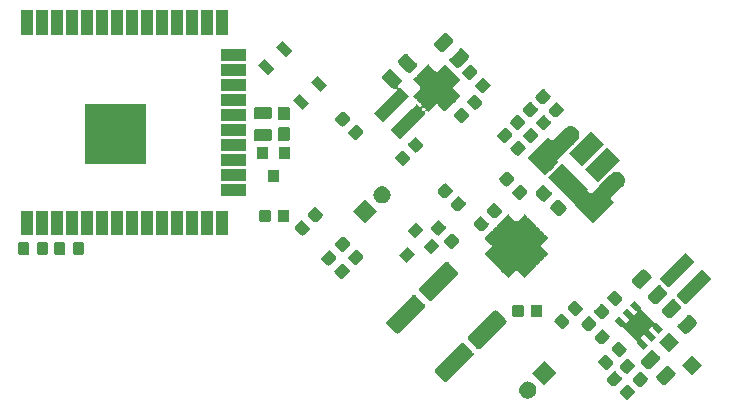
<source format=gbr>
G04 #@! TF.GenerationSoftware,KiCad,Pcbnew,5.1.2*
G04 #@! TF.CreationDate,2019-07-30T21:51:59-07:00*
G04 #@! TF.ProjectId,totoro,746f746f-726f-42e6-9b69-6361645f7063,rev?*
G04 #@! TF.SameCoordinates,Original*
G04 #@! TF.FileFunction,Soldermask,Top*
G04 #@! TF.FilePolarity,Negative*
%FSLAX46Y46*%
G04 Gerber Fmt 4.6, Leading zero omitted, Abs format (unit mm)*
G04 Created by KiCad (PCBNEW 5.1.2) date 2019-07-30 21:51:59*
%MOMM*%
%LPD*%
G04 APERTURE LIST*
%ADD10C,0.100000*%
G04 APERTURE END LIST*
D10*
G36*
X178487489Y-115086727D02*
G01*
X178521454Y-115097030D01*
X178552755Y-115113761D01*
X178584957Y-115140188D01*
X179009945Y-115565176D01*
X179036372Y-115597378D01*
X179053103Y-115628679D01*
X179063406Y-115662644D01*
X179066884Y-115697962D01*
X179063406Y-115733280D01*
X179053103Y-115767245D01*
X179036372Y-115798546D01*
X179009945Y-115830748D01*
X178531923Y-116308770D01*
X178499721Y-116335197D01*
X178468420Y-116351928D01*
X178434455Y-116362231D01*
X178399137Y-116365709D01*
X178363819Y-116362231D01*
X178329854Y-116351928D01*
X178298553Y-116335197D01*
X178266351Y-116308770D01*
X177841363Y-115883782D01*
X177814936Y-115851580D01*
X177798205Y-115820279D01*
X177787902Y-115786314D01*
X177784424Y-115750996D01*
X177787902Y-115715678D01*
X177798205Y-115681713D01*
X177814936Y-115650412D01*
X177841363Y-115618210D01*
X178319385Y-115140188D01*
X178351587Y-115113761D01*
X178382888Y-115097030D01*
X178416853Y-115086727D01*
X178452171Y-115083249D01*
X178487489Y-115086727D01*
X178487489Y-115086727D01*
G37*
G36*
X170113415Y-114833465D02*
G01*
X170250227Y-114874967D01*
X170376315Y-114942362D01*
X170486833Y-115033062D01*
X170577533Y-115143580D01*
X170644928Y-115269668D01*
X170686430Y-115406480D01*
X170700443Y-115548763D01*
X170686430Y-115691046D01*
X170644928Y-115827858D01*
X170577533Y-115953946D01*
X170486833Y-116064464D01*
X170376315Y-116155164D01*
X170250227Y-116222559D01*
X170113415Y-116264061D01*
X170006782Y-116274563D01*
X169935482Y-116274563D01*
X169828849Y-116264061D01*
X169692037Y-116222559D01*
X169565949Y-116155164D01*
X169455431Y-116064464D01*
X169364731Y-115953946D01*
X169297336Y-115827858D01*
X169255834Y-115691046D01*
X169241821Y-115548763D01*
X169255834Y-115406480D01*
X169297336Y-115269668D01*
X169364731Y-115143580D01*
X169455431Y-115033062D01*
X169565949Y-114942362D01*
X169692037Y-114874967D01*
X169828849Y-114833465D01*
X169935482Y-114822963D01*
X170006782Y-114822963D01*
X170113415Y-114833465D01*
X170113415Y-114833465D01*
G37*
G36*
X179565120Y-114009097D02*
G01*
X179599085Y-114019400D01*
X179630386Y-114036131D01*
X179662588Y-114062558D01*
X180087576Y-114487546D01*
X180114003Y-114519748D01*
X180130734Y-114551049D01*
X180141037Y-114585014D01*
X180144515Y-114620332D01*
X180141037Y-114655650D01*
X180130734Y-114689615D01*
X180114003Y-114720916D01*
X180087576Y-114753118D01*
X179609554Y-115231140D01*
X179577352Y-115257567D01*
X179546051Y-115274298D01*
X179512086Y-115284601D01*
X179476768Y-115288079D01*
X179441450Y-115284601D01*
X179407485Y-115274298D01*
X179376184Y-115257567D01*
X179343982Y-115231140D01*
X178918994Y-114806152D01*
X178892567Y-114773950D01*
X178875836Y-114742649D01*
X178865533Y-114708684D01*
X178862055Y-114673366D01*
X178865533Y-114638048D01*
X178875836Y-114604083D01*
X178892567Y-114572782D01*
X178918994Y-114540580D01*
X179397016Y-114062558D01*
X179429218Y-114036131D01*
X179460519Y-114019400D01*
X179494484Y-114009097D01*
X179529802Y-114005619D01*
X179565120Y-114009097D01*
X179565120Y-114009097D01*
G37*
G36*
X177373795Y-113973033D02*
G01*
X177407760Y-113983336D01*
X177439061Y-114000067D01*
X177471263Y-114026494D01*
X177896251Y-114451482D01*
X177922678Y-114483684D01*
X177939409Y-114514985D01*
X177949712Y-114548950D01*
X177953190Y-114584268D01*
X177949712Y-114619586D01*
X177939409Y-114653551D01*
X177922678Y-114684852D01*
X177896251Y-114717054D01*
X177418229Y-115195076D01*
X177386027Y-115221503D01*
X177354726Y-115238234D01*
X177320761Y-115248537D01*
X177285443Y-115252015D01*
X177250125Y-115248537D01*
X177216160Y-115238234D01*
X177184859Y-115221503D01*
X177152657Y-115195076D01*
X176727669Y-114770088D01*
X176701242Y-114737886D01*
X176684511Y-114706585D01*
X176674208Y-114672620D01*
X176670730Y-114637302D01*
X176674208Y-114601984D01*
X176684511Y-114568019D01*
X176701242Y-114536718D01*
X176727669Y-114504516D01*
X177205691Y-114026494D01*
X177237893Y-114000067D01*
X177269194Y-113983336D01*
X177303159Y-113973033D01*
X177338477Y-113969555D01*
X177373795Y-113973033D01*
X177373795Y-113973033D01*
G37*
G36*
X172411782Y-114134549D02*
G01*
X171385346Y-115160985D01*
X170358910Y-114134549D01*
X171385346Y-113108113D01*
X172411782Y-114134549D01*
X172411782Y-114134549D01*
G37*
G36*
X181865268Y-113482532D02*
G01*
X181903920Y-113494257D01*
X181939543Y-113513298D01*
X181975531Y-113542833D01*
X182015377Y-113582679D01*
X182015388Y-113582688D01*
X182396024Y-113963324D01*
X182396033Y-113963335D01*
X182435879Y-114003181D01*
X182465414Y-114039169D01*
X182484455Y-114074792D01*
X182496180Y-114113444D01*
X182500139Y-114153642D01*
X182496180Y-114193840D01*
X182484455Y-114232492D01*
X182465414Y-114268115D01*
X182435879Y-114304103D01*
X182396033Y-114343949D01*
X182396024Y-114343960D01*
X181714868Y-115025116D01*
X181714857Y-115025125D01*
X181675011Y-115064971D01*
X181639023Y-115094506D01*
X181603400Y-115113547D01*
X181564748Y-115125272D01*
X181524550Y-115129231D01*
X181484352Y-115125272D01*
X181445700Y-115113547D01*
X181410077Y-115094506D01*
X181374089Y-115064971D01*
X181334243Y-115025125D01*
X181334232Y-115025116D01*
X180953596Y-114644480D01*
X180953587Y-114644469D01*
X180913741Y-114604623D01*
X180884206Y-114568635D01*
X180865165Y-114533012D01*
X180853440Y-114494360D01*
X180849481Y-114454162D01*
X180853440Y-114413964D01*
X180865165Y-114375312D01*
X180884206Y-114339689D01*
X180913741Y-114303701D01*
X180953587Y-114263855D01*
X180953596Y-114263844D01*
X181634752Y-113582688D01*
X181634763Y-113582679D01*
X181674609Y-113542833D01*
X181710597Y-113513298D01*
X181746220Y-113494257D01*
X181784872Y-113482532D01*
X181825070Y-113478573D01*
X181865268Y-113482532D01*
X181865268Y-113482532D01*
G37*
G36*
X164492388Y-111575792D02*
G01*
X164527937Y-111586576D01*
X164560702Y-111604089D01*
X164594182Y-111631566D01*
X164645486Y-111682870D01*
X164645497Y-111682879D01*
X165291773Y-112329155D01*
X165291782Y-112329166D01*
X165343086Y-112380470D01*
X165370563Y-112413950D01*
X165388076Y-112446715D01*
X165398860Y-112482264D01*
X165402501Y-112519235D01*
X165398860Y-112556206D01*
X165388076Y-112591755D01*
X165370563Y-112624520D01*
X165343086Y-112658000D01*
X165291782Y-112709304D01*
X165291773Y-112709315D01*
X163231283Y-114769805D01*
X163231272Y-114769814D01*
X163179968Y-114821118D01*
X163146488Y-114848595D01*
X163113723Y-114866108D01*
X163078174Y-114876892D01*
X163041203Y-114880533D01*
X163004232Y-114876892D01*
X162968683Y-114866108D01*
X162935918Y-114848595D01*
X162902438Y-114821118D01*
X162851134Y-114769814D01*
X162851123Y-114769805D01*
X162204847Y-114123529D01*
X162204838Y-114123518D01*
X162153534Y-114072214D01*
X162126057Y-114038734D01*
X162108544Y-114005969D01*
X162097760Y-113970420D01*
X162094119Y-113933449D01*
X162097760Y-113896478D01*
X162108544Y-113860929D01*
X162126057Y-113828164D01*
X162153534Y-113794684D01*
X162204838Y-113743380D01*
X162204847Y-113743369D01*
X164265337Y-111682879D01*
X164265348Y-111682870D01*
X164316652Y-111631566D01*
X164350132Y-111604089D01*
X164382897Y-111586576D01*
X164418446Y-111575792D01*
X164455417Y-111572151D01*
X164492388Y-111575792D01*
X164492388Y-111575792D01*
G37*
G36*
X184737360Y-113463505D02*
G01*
X183887700Y-114313165D01*
X183038040Y-113463505D01*
X183887700Y-112613845D01*
X184737360Y-113463505D01*
X184737360Y-113463505D01*
G37*
G36*
X178451426Y-112895403D02*
G01*
X178485391Y-112905706D01*
X178516692Y-112922437D01*
X178548894Y-112948864D01*
X178973882Y-113373852D01*
X179000309Y-113406054D01*
X179017040Y-113437355D01*
X179027343Y-113471320D01*
X179030821Y-113506638D01*
X179027343Y-113541956D01*
X179017040Y-113575921D01*
X179000309Y-113607222D01*
X178973882Y-113639424D01*
X178495860Y-114117446D01*
X178463658Y-114143873D01*
X178432357Y-114160604D01*
X178398392Y-114170907D01*
X178363074Y-114174385D01*
X178327756Y-114170907D01*
X178293791Y-114160604D01*
X178262490Y-114143873D01*
X178230288Y-114117446D01*
X177805300Y-113692458D01*
X177778873Y-113660256D01*
X177762142Y-113628955D01*
X177751839Y-113594990D01*
X177748361Y-113559672D01*
X177751839Y-113524354D01*
X177762142Y-113490389D01*
X177778873Y-113459088D01*
X177805300Y-113426886D01*
X178283322Y-112948864D01*
X178315524Y-112922437D01*
X178346825Y-112905706D01*
X178380790Y-112895403D01*
X178416108Y-112891925D01*
X178451426Y-112895403D01*
X178451426Y-112895403D01*
G37*
G36*
X176602341Y-112572256D02*
G01*
X176636306Y-112582559D01*
X176667607Y-112599290D01*
X176699809Y-112625717D01*
X177177831Y-113103739D01*
X177204258Y-113135941D01*
X177220989Y-113167242D01*
X177231292Y-113201207D01*
X177234770Y-113236525D01*
X177231292Y-113271843D01*
X177220989Y-113305808D01*
X177204258Y-113337109D01*
X177177831Y-113369311D01*
X176752843Y-113794299D01*
X176720641Y-113820726D01*
X176689340Y-113837457D01*
X176655375Y-113847760D01*
X176620057Y-113851238D01*
X176584739Y-113847760D01*
X176550774Y-113837457D01*
X176519473Y-113820726D01*
X176487271Y-113794299D01*
X176009249Y-113316277D01*
X175982822Y-113284075D01*
X175966091Y-113252774D01*
X175955788Y-113218809D01*
X175952310Y-113183491D01*
X175955788Y-113148173D01*
X175966091Y-113114208D01*
X175982822Y-113082907D01*
X176009249Y-113050705D01*
X176434237Y-112625717D01*
X176466439Y-112599290D01*
X176497740Y-112582559D01*
X176531705Y-112572256D01*
X176567023Y-112568778D01*
X176602341Y-112572256D01*
X176602341Y-112572256D01*
G37*
G36*
X180539442Y-112156706D02*
G01*
X180578094Y-112168431D01*
X180613717Y-112187472D01*
X180649705Y-112217007D01*
X180689551Y-112256853D01*
X180689562Y-112256862D01*
X181070198Y-112637498D01*
X181070207Y-112637509D01*
X181110053Y-112677355D01*
X181139588Y-112713343D01*
X181158629Y-112748966D01*
X181170354Y-112787618D01*
X181174313Y-112827816D01*
X181170354Y-112868014D01*
X181158629Y-112906666D01*
X181139588Y-112942289D01*
X181110053Y-112978277D01*
X181070207Y-113018123D01*
X181070198Y-113018134D01*
X180389042Y-113699290D01*
X180389031Y-113699299D01*
X180349185Y-113739145D01*
X180313197Y-113768680D01*
X180277574Y-113787721D01*
X180238922Y-113799446D01*
X180198724Y-113803405D01*
X180158526Y-113799446D01*
X180119874Y-113787721D01*
X180084251Y-113768680D01*
X180048263Y-113739145D01*
X180008417Y-113699299D01*
X180008406Y-113699290D01*
X179627770Y-113318654D01*
X179627761Y-113318643D01*
X179587915Y-113278797D01*
X179558380Y-113242809D01*
X179539339Y-113207186D01*
X179527614Y-113168534D01*
X179523655Y-113128336D01*
X179527614Y-113088138D01*
X179539339Y-113049486D01*
X179558380Y-113013863D01*
X179587915Y-112977875D01*
X179627761Y-112938029D01*
X179627770Y-112938018D01*
X180308926Y-112256862D01*
X180308937Y-112256853D01*
X180348783Y-112217007D01*
X180384771Y-112187472D01*
X180420394Y-112168431D01*
X180459046Y-112156706D01*
X180499244Y-112152747D01*
X180539442Y-112156706D01*
X180539442Y-112156706D01*
G37*
G36*
X177716035Y-111458562D02*
G01*
X177750000Y-111468865D01*
X177781301Y-111485596D01*
X177813503Y-111512023D01*
X178291525Y-111990045D01*
X178317952Y-112022247D01*
X178334683Y-112053548D01*
X178344986Y-112087513D01*
X178348464Y-112122831D01*
X178344986Y-112158149D01*
X178334683Y-112192114D01*
X178317952Y-112223415D01*
X178291525Y-112255617D01*
X177866537Y-112680605D01*
X177834335Y-112707032D01*
X177803034Y-112723763D01*
X177769069Y-112734066D01*
X177733751Y-112737544D01*
X177698433Y-112734066D01*
X177664468Y-112723763D01*
X177633167Y-112707032D01*
X177600965Y-112680605D01*
X177122943Y-112202583D01*
X177096516Y-112170381D01*
X177079785Y-112139080D01*
X177069482Y-112105115D01*
X177066004Y-112069797D01*
X177069482Y-112034479D01*
X177079785Y-112000514D01*
X177096516Y-111969213D01*
X177122943Y-111937011D01*
X177547931Y-111512023D01*
X177580133Y-111485596D01*
X177611434Y-111468865D01*
X177645399Y-111458562D01*
X177680717Y-111455084D01*
X177716035Y-111458562D01*
X177716035Y-111458562D01*
G37*
G36*
X182757462Y-111483607D02*
G01*
X181907802Y-112333267D01*
X181058142Y-111483607D01*
X181907802Y-110633947D01*
X182757462Y-111483607D01*
X182757462Y-111483607D01*
G37*
G36*
X179573359Y-108493251D02*
G01*
X179573359Y-108493252D01*
X179573358Y-108493253D01*
X179557813Y-108512195D01*
X179546262Y-108533806D01*
X179539149Y-108557255D01*
X179536747Y-108581641D01*
X179539149Y-108606027D01*
X179546262Y-108629476D01*
X179557814Y-108651086D01*
X179573353Y-108670022D01*
X180774316Y-109870985D01*
X180793252Y-109886525D01*
X180814863Y-109898076D01*
X180838312Y-109905189D01*
X180862698Y-109907591D01*
X180887084Y-109905189D01*
X180910533Y-109898076D01*
X180932144Y-109886525D01*
X180951080Y-109870984D01*
X180951086Y-109870978D01*
X181468406Y-110388298D01*
X181078366Y-110778338D01*
X180562172Y-110262144D01*
X180543236Y-110246604D01*
X180521625Y-110235053D01*
X180498176Y-110227940D01*
X180473790Y-110225538D01*
X180449404Y-110227940D01*
X180425955Y-110235053D01*
X180404344Y-110246604D01*
X180385403Y-110262149D01*
X180280466Y-110367085D01*
X180264920Y-110386027D01*
X180253369Y-110407637D01*
X180246256Y-110431086D01*
X180243854Y-110455472D01*
X180246256Y-110479859D01*
X180253369Y-110503307D01*
X180264920Y-110524918D01*
X180280460Y-110543855D01*
X180796654Y-111060049D01*
X180406614Y-111450089D01*
X179890420Y-110933895D01*
X179871484Y-110918355D01*
X179849873Y-110906804D01*
X179826424Y-110899691D01*
X179802038Y-110897289D01*
X179777652Y-110899691D01*
X179754203Y-110906804D01*
X179732592Y-110918355D01*
X179713650Y-110933901D01*
X179608714Y-111038838D01*
X179593169Y-111057780D01*
X179581618Y-111079391D01*
X179574505Y-111102839D01*
X179572103Y-111127226D01*
X179574505Y-111151612D01*
X179581618Y-111175061D01*
X179593169Y-111196671D01*
X179608709Y-111215607D01*
X180124903Y-111731801D01*
X179734863Y-112121841D01*
X179217543Y-111604521D01*
X179217549Y-111604515D01*
X179233089Y-111585579D01*
X179244641Y-111563969D01*
X179251754Y-111540520D01*
X179254156Y-111516134D01*
X179251754Y-111491748D01*
X179244641Y-111468299D01*
X179233090Y-111446688D01*
X179217550Y-111427751D01*
X178016587Y-110226788D01*
X177997651Y-110211248D01*
X177976040Y-110199697D01*
X177952591Y-110192584D01*
X177928205Y-110190182D01*
X177903819Y-110192584D01*
X177880370Y-110199697D01*
X177858759Y-110211248D01*
X177839818Y-110226793D01*
X177839817Y-110226794D01*
X177839816Y-110226794D01*
X177322496Y-109709474D01*
X177712536Y-109319434D01*
X178228731Y-109835629D01*
X178247667Y-109851169D01*
X178269278Y-109862720D01*
X178292727Y-109869833D01*
X178317113Y-109872235D01*
X178341499Y-109869833D01*
X178364948Y-109862720D01*
X178386559Y-109851169D01*
X178405495Y-109835628D01*
X178510437Y-109730686D01*
X178525982Y-109711744D01*
X178537533Y-109690133D01*
X178544646Y-109666685D01*
X178547048Y-109642298D01*
X178544646Y-109617912D01*
X178537533Y-109594463D01*
X178525982Y-109572853D01*
X178510442Y-109553917D01*
X177994248Y-109037723D01*
X178384288Y-108647683D01*
X178900482Y-109163877D01*
X178919418Y-109179417D01*
X178941029Y-109190968D01*
X178964478Y-109198081D01*
X178988864Y-109200483D01*
X179013250Y-109198081D01*
X179036699Y-109190968D01*
X179058310Y-109179417D01*
X179077251Y-109163872D01*
X179182193Y-109058930D01*
X179197734Y-109039994D01*
X179209285Y-109018384D01*
X179216398Y-108994935D01*
X179218800Y-108970549D01*
X179216398Y-108946162D01*
X179209285Y-108922714D01*
X179197734Y-108901103D01*
X179182194Y-108882166D01*
X178665999Y-108365971D01*
X179056039Y-107975931D01*
X179573359Y-108493251D01*
X179573359Y-108493251D01*
G37*
G36*
X167276267Y-108791912D02*
G01*
X167311816Y-108802696D01*
X167344581Y-108820209D01*
X167378061Y-108847686D01*
X167429365Y-108898990D01*
X167429376Y-108898999D01*
X168075652Y-109545275D01*
X168075661Y-109545286D01*
X168126965Y-109596590D01*
X168154442Y-109630070D01*
X168171955Y-109662835D01*
X168182739Y-109698384D01*
X168186380Y-109735355D01*
X168182739Y-109772326D01*
X168171955Y-109807875D01*
X168154442Y-109840640D01*
X168126965Y-109874120D01*
X168075661Y-109925424D01*
X168075652Y-109925435D01*
X166015162Y-111985925D01*
X166015151Y-111985934D01*
X165963847Y-112037238D01*
X165930367Y-112064715D01*
X165897602Y-112082228D01*
X165862053Y-112093012D01*
X165825082Y-112096653D01*
X165788111Y-112093012D01*
X165752562Y-112082228D01*
X165719797Y-112064715D01*
X165686317Y-112037238D01*
X165635013Y-111985934D01*
X165635002Y-111985925D01*
X164988726Y-111339649D01*
X164988717Y-111339638D01*
X164937413Y-111288334D01*
X164909936Y-111254854D01*
X164892423Y-111222089D01*
X164881639Y-111186540D01*
X164877998Y-111149569D01*
X164881639Y-111112598D01*
X164892423Y-111077049D01*
X164909936Y-111044284D01*
X164937413Y-111010804D01*
X164988717Y-110959500D01*
X164988726Y-110959489D01*
X167049216Y-108898999D01*
X167049227Y-108898990D01*
X167100531Y-108847686D01*
X167134011Y-108820209D01*
X167166776Y-108802696D01*
X167202325Y-108791912D01*
X167239296Y-108788271D01*
X167276267Y-108791912D01*
X167276267Y-108791912D01*
G37*
G36*
X176332228Y-110416994D02*
G01*
X176366193Y-110427297D01*
X176397494Y-110444028D01*
X176429696Y-110470455D01*
X176854684Y-110895443D01*
X176881111Y-110927645D01*
X176897842Y-110958946D01*
X176908145Y-110992911D01*
X176911623Y-111028229D01*
X176908145Y-111063547D01*
X176897842Y-111097512D01*
X176881111Y-111128813D01*
X176854684Y-111161015D01*
X176376662Y-111639037D01*
X176344460Y-111665464D01*
X176313159Y-111682195D01*
X176279194Y-111692498D01*
X176243876Y-111695976D01*
X176208558Y-111692498D01*
X176174593Y-111682195D01*
X176143292Y-111665464D01*
X176111090Y-111639037D01*
X175686102Y-111214049D01*
X175659675Y-111181847D01*
X175642944Y-111150546D01*
X175632641Y-111116581D01*
X175629163Y-111081263D01*
X175632641Y-111045945D01*
X175642944Y-111011980D01*
X175659675Y-110980679D01*
X175686102Y-110948477D01*
X176164124Y-110470455D01*
X176196326Y-110444028D01*
X176227627Y-110427297D01*
X176261592Y-110416994D01*
X176296910Y-110413516D01*
X176332228Y-110416994D01*
X176332228Y-110416994D01*
G37*
G36*
X183661319Y-109172009D02*
G01*
X183699971Y-109183734D01*
X183735594Y-109202775D01*
X183771582Y-109232310D01*
X183811428Y-109272156D01*
X183811439Y-109272165D01*
X184192075Y-109652801D01*
X184192084Y-109652812D01*
X184231930Y-109692658D01*
X184261465Y-109728646D01*
X184280506Y-109764269D01*
X184292231Y-109802921D01*
X184296190Y-109843119D01*
X184292231Y-109883317D01*
X184280506Y-109921969D01*
X184261465Y-109957592D01*
X184231930Y-109993580D01*
X184192084Y-110033426D01*
X184192075Y-110033437D01*
X183510919Y-110714593D01*
X183510908Y-110714602D01*
X183471062Y-110754448D01*
X183435074Y-110783983D01*
X183399451Y-110803024D01*
X183360799Y-110814749D01*
X183320601Y-110818708D01*
X183280403Y-110814749D01*
X183241751Y-110803024D01*
X183206128Y-110783983D01*
X183170140Y-110754448D01*
X183130294Y-110714602D01*
X183130283Y-110714593D01*
X182749647Y-110333957D01*
X182749638Y-110333946D01*
X182709792Y-110294100D01*
X182680257Y-110258112D01*
X182661216Y-110222489D01*
X182649491Y-110183837D01*
X182645532Y-110143639D01*
X182649491Y-110103441D01*
X182661216Y-110064789D01*
X182680257Y-110029166D01*
X182709792Y-109993178D01*
X182749638Y-109953332D01*
X182749647Y-109953321D01*
X183430803Y-109272165D01*
X183430814Y-109272156D01*
X183470660Y-109232310D01*
X183506648Y-109202775D01*
X183542271Y-109183734D01*
X183580923Y-109172009D01*
X183621121Y-109168050D01*
X183661319Y-109172009D01*
X183661319Y-109172009D01*
G37*
G36*
X160391168Y-107474572D02*
G01*
X160426717Y-107485356D01*
X160459482Y-107502869D01*
X160492962Y-107530346D01*
X160544266Y-107581650D01*
X160544277Y-107581659D01*
X161190553Y-108227935D01*
X161190562Y-108227946D01*
X161241866Y-108279250D01*
X161269343Y-108312730D01*
X161286856Y-108345495D01*
X161297640Y-108381044D01*
X161301281Y-108418015D01*
X161297640Y-108454986D01*
X161286856Y-108490535D01*
X161269343Y-108523300D01*
X161241866Y-108556780D01*
X161190562Y-108608084D01*
X161190553Y-108608095D01*
X159130063Y-110668585D01*
X159130052Y-110668594D01*
X159078748Y-110719898D01*
X159045268Y-110747375D01*
X159012503Y-110764888D01*
X158976954Y-110775672D01*
X158939983Y-110779313D01*
X158903012Y-110775672D01*
X158867463Y-110764888D01*
X158834698Y-110747375D01*
X158801218Y-110719898D01*
X158749914Y-110668594D01*
X158749903Y-110668585D01*
X158103627Y-110022309D01*
X158103618Y-110022298D01*
X158052314Y-109970994D01*
X158024837Y-109937514D01*
X158007324Y-109904749D01*
X157996540Y-109869200D01*
X157992899Y-109832229D01*
X157996540Y-109795258D01*
X158007324Y-109759709D01*
X158024837Y-109726944D01*
X158052314Y-109693464D01*
X158103618Y-109642160D01*
X158103627Y-109642149D01*
X160164117Y-107581659D01*
X160164128Y-107581650D01*
X160215432Y-107530346D01*
X160248912Y-107502869D01*
X160281677Y-107485356D01*
X160317226Y-107474572D01*
X160354197Y-107470931D01*
X160391168Y-107474572D01*
X160391168Y-107474572D01*
G37*
G36*
X175218534Y-109303300D02*
G01*
X175252499Y-109313603D01*
X175283800Y-109330334D01*
X175316002Y-109356761D01*
X175740990Y-109781749D01*
X175767417Y-109813951D01*
X175784148Y-109845252D01*
X175794451Y-109879217D01*
X175797929Y-109914535D01*
X175794451Y-109949853D01*
X175784148Y-109983818D01*
X175767417Y-110015119D01*
X175740990Y-110047321D01*
X175262968Y-110525343D01*
X175230766Y-110551770D01*
X175199465Y-110568501D01*
X175165500Y-110578804D01*
X175130182Y-110582282D01*
X175094864Y-110578804D01*
X175060899Y-110568501D01*
X175029598Y-110551770D01*
X174997396Y-110525343D01*
X174572408Y-110100355D01*
X174545981Y-110068153D01*
X174529250Y-110036852D01*
X174518947Y-110002887D01*
X174515469Y-109967569D01*
X174518947Y-109932251D01*
X174529250Y-109898286D01*
X174545981Y-109866985D01*
X174572408Y-109834783D01*
X175050430Y-109356761D01*
X175082632Y-109330334D01*
X175113933Y-109313603D01*
X175147898Y-109303300D01*
X175183216Y-109299822D01*
X175218534Y-109303300D01*
X175218534Y-109303300D01*
G37*
G36*
X172881545Y-109096119D02*
G01*
X172915510Y-109106422D01*
X172946811Y-109123153D01*
X172979013Y-109149580D01*
X173457035Y-109627602D01*
X173483462Y-109659804D01*
X173500193Y-109691105D01*
X173510496Y-109725070D01*
X173513974Y-109760388D01*
X173510496Y-109795706D01*
X173500193Y-109829671D01*
X173483462Y-109860972D01*
X173457035Y-109893174D01*
X173032047Y-110318162D01*
X172999845Y-110344589D01*
X172968544Y-110361320D01*
X172934579Y-110371623D01*
X172899261Y-110375101D01*
X172863943Y-110371623D01*
X172829978Y-110361320D01*
X172798677Y-110344589D01*
X172766475Y-110318162D01*
X172288453Y-109840140D01*
X172262026Y-109807938D01*
X172245295Y-109776637D01*
X172234992Y-109742672D01*
X172231514Y-109707354D01*
X172234992Y-109672036D01*
X172245295Y-109638071D01*
X172262026Y-109606770D01*
X172288453Y-109574568D01*
X172713441Y-109149580D01*
X172745643Y-109123153D01*
X172776944Y-109106422D01*
X172810909Y-109096119D01*
X172846227Y-109092641D01*
X172881545Y-109096119D01*
X172881545Y-109096119D01*
G37*
G36*
X176243131Y-108261733D02*
G01*
X176277096Y-108272036D01*
X176308397Y-108288767D01*
X176340599Y-108315194D01*
X176818621Y-108793216D01*
X176845048Y-108825418D01*
X176861779Y-108856719D01*
X176872082Y-108890684D01*
X176875560Y-108926002D01*
X176872082Y-108961320D01*
X176861779Y-108995285D01*
X176845048Y-109026586D01*
X176818621Y-109058788D01*
X176393633Y-109483776D01*
X176361431Y-109510203D01*
X176330130Y-109526934D01*
X176296165Y-109537237D01*
X176260847Y-109540715D01*
X176225529Y-109537237D01*
X176191564Y-109526934D01*
X176160263Y-109510203D01*
X176128061Y-109483776D01*
X175650039Y-109005754D01*
X175623612Y-108973552D01*
X175606881Y-108942251D01*
X175596578Y-108908286D01*
X175593100Y-108872968D01*
X175596578Y-108837650D01*
X175606881Y-108803685D01*
X175623612Y-108772384D01*
X175650039Y-108740182D01*
X176075027Y-108315194D01*
X176107229Y-108288767D01*
X176138530Y-108272036D01*
X176172495Y-108261733D01*
X176207813Y-108258255D01*
X176243131Y-108261733D01*
X176243131Y-108261733D01*
G37*
G36*
X182335493Y-107846183D02*
G01*
X182374145Y-107857908D01*
X182409768Y-107876949D01*
X182445756Y-107906484D01*
X182485602Y-107946330D01*
X182485613Y-107946339D01*
X182866249Y-108326975D01*
X182866258Y-108326986D01*
X182906104Y-108366832D01*
X182935639Y-108402820D01*
X182954680Y-108438443D01*
X182966405Y-108477095D01*
X182970364Y-108517293D01*
X182966405Y-108557491D01*
X182954680Y-108596143D01*
X182935639Y-108631766D01*
X182906104Y-108667754D01*
X182866258Y-108707600D01*
X182866249Y-108707611D01*
X182185093Y-109388767D01*
X182185082Y-109388776D01*
X182145236Y-109428622D01*
X182109248Y-109458157D01*
X182073625Y-109477198D01*
X182034973Y-109488923D01*
X181994775Y-109492882D01*
X181954577Y-109488923D01*
X181915925Y-109477198D01*
X181880302Y-109458157D01*
X181844314Y-109428622D01*
X181804468Y-109388776D01*
X181804457Y-109388767D01*
X181423821Y-109008131D01*
X181423812Y-109008120D01*
X181383966Y-108968274D01*
X181354431Y-108932286D01*
X181335390Y-108896663D01*
X181323665Y-108858011D01*
X181319706Y-108817813D01*
X181323665Y-108777615D01*
X181335390Y-108738963D01*
X181354431Y-108703340D01*
X181383966Y-108667352D01*
X181423812Y-108627506D01*
X181423821Y-108627495D01*
X182104977Y-107946339D01*
X182104988Y-107946330D01*
X182144834Y-107906484D01*
X182180822Y-107876949D01*
X182216445Y-107857908D01*
X182255097Y-107846183D01*
X182295295Y-107842224D01*
X182335493Y-107846183D01*
X182335493Y-107846183D01*
G37*
G36*
X169483881Y-108322967D02*
G01*
X169517846Y-108333270D01*
X169549147Y-108350001D01*
X169576581Y-108372516D01*
X169599096Y-108399950D01*
X169615827Y-108431251D01*
X169626130Y-108465216D01*
X169630213Y-108506674D01*
X169630213Y-109182694D01*
X169626130Y-109224152D01*
X169615827Y-109258117D01*
X169599096Y-109289418D01*
X169576581Y-109316852D01*
X169549147Y-109339367D01*
X169517846Y-109356098D01*
X169483881Y-109366401D01*
X169442423Y-109370484D01*
X168841403Y-109370484D01*
X168799945Y-109366401D01*
X168765980Y-109356098D01*
X168734679Y-109339367D01*
X168707245Y-109316852D01*
X168684730Y-109289418D01*
X168667999Y-109258117D01*
X168657696Y-109224152D01*
X168653613Y-109182694D01*
X168653613Y-108506674D01*
X168657696Y-108465216D01*
X168667999Y-108431251D01*
X168684730Y-108399950D01*
X168707245Y-108372516D01*
X168734679Y-108350001D01*
X168765980Y-108333270D01*
X168799945Y-108322967D01*
X168841403Y-108318884D01*
X169442423Y-108318884D01*
X169483881Y-108322967D01*
X169483881Y-108322967D01*
G37*
G36*
X171058881Y-108322967D02*
G01*
X171092846Y-108333270D01*
X171124147Y-108350001D01*
X171151581Y-108372516D01*
X171174096Y-108399950D01*
X171190827Y-108431251D01*
X171201130Y-108465216D01*
X171205213Y-108506674D01*
X171205213Y-109182694D01*
X171201130Y-109224152D01*
X171190827Y-109258117D01*
X171174096Y-109289418D01*
X171151581Y-109316852D01*
X171124147Y-109339367D01*
X171092846Y-109356098D01*
X171058881Y-109366401D01*
X171017423Y-109370484D01*
X170416403Y-109370484D01*
X170374945Y-109366401D01*
X170340980Y-109356098D01*
X170309679Y-109339367D01*
X170282245Y-109316852D01*
X170259730Y-109289418D01*
X170242999Y-109258117D01*
X170232696Y-109224152D01*
X170228613Y-109182694D01*
X170228613Y-108506674D01*
X170232696Y-108465216D01*
X170242999Y-108431251D01*
X170259730Y-108399950D01*
X170282245Y-108372516D01*
X170309679Y-108350001D01*
X170340980Y-108333270D01*
X170374945Y-108322967D01*
X170416403Y-108318884D01*
X171017423Y-108318884D01*
X171058881Y-108322967D01*
X171058881Y-108322967D01*
G37*
G36*
X173995239Y-107982425D02*
G01*
X174029204Y-107992728D01*
X174060505Y-108009459D01*
X174092707Y-108035886D01*
X174570729Y-108513908D01*
X174597156Y-108546110D01*
X174613887Y-108577411D01*
X174624190Y-108611376D01*
X174627668Y-108646694D01*
X174624190Y-108682012D01*
X174613887Y-108715977D01*
X174597156Y-108747278D01*
X174570729Y-108779480D01*
X174145741Y-109204468D01*
X174113539Y-109230895D01*
X174082238Y-109247626D01*
X174048273Y-109257929D01*
X174012955Y-109261407D01*
X173977637Y-109257929D01*
X173943672Y-109247626D01*
X173912371Y-109230895D01*
X173880169Y-109204468D01*
X173402147Y-108726446D01*
X173375720Y-108694244D01*
X173358989Y-108662943D01*
X173348686Y-108628978D01*
X173345208Y-108593660D01*
X173348686Y-108558342D01*
X173358989Y-108524377D01*
X173375720Y-108493076D01*
X173402147Y-108460874D01*
X173827135Y-108035886D01*
X173859337Y-108009459D01*
X173890638Y-107992728D01*
X173924603Y-107982425D01*
X173959921Y-107978947D01*
X173995239Y-107982425D01*
X173995239Y-107982425D01*
G37*
G36*
X177356825Y-107148039D02*
G01*
X177390790Y-107158342D01*
X177422091Y-107175073D01*
X177454293Y-107201500D01*
X177932315Y-107679522D01*
X177958742Y-107711724D01*
X177975473Y-107743025D01*
X177985776Y-107776990D01*
X177989254Y-107812308D01*
X177985776Y-107847626D01*
X177975473Y-107881591D01*
X177958742Y-107912892D01*
X177932315Y-107945094D01*
X177507327Y-108370082D01*
X177475125Y-108396509D01*
X177443824Y-108413240D01*
X177409859Y-108423543D01*
X177374541Y-108427021D01*
X177339223Y-108423543D01*
X177305258Y-108413240D01*
X177273957Y-108396509D01*
X177241755Y-108370082D01*
X176763733Y-107892060D01*
X176737306Y-107859858D01*
X176720575Y-107828557D01*
X176710272Y-107794592D01*
X176706794Y-107759274D01*
X176710272Y-107723956D01*
X176720575Y-107689991D01*
X176737306Y-107658690D01*
X176763733Y-107626488D01*
X177188721Y-107201500D01*
X177220923Y-107175073D01*
X177252224Y-107158342D01*
X177286189Y-107148039D01*
X177321507Y-107144561D01*
X177356825Y-107148039D01*
X177356825Y-107148039D01*
G37*
G36*
X181146848Y-106657537D02*
G01*
X181185500Y-106669262D01*
X181221123Y-106688303D01*
X181257111Y-106717838D01*
X181296957Y-106757684D01*
X181296968Y-106757693D01*
X181677604Y-107138329D01*
X181677613Y-107138340D01*
X181717459Y-107178186D01*
X181746994Y-107214174D01*
X181766035Y-107249797D01*
X181777760Y-107288449D01*
X181781719Y-107328647D01*
X181777760Y-107368845D01*
X181766035Y-107407497D01*
X181746994Y-107443120D01*
X181717459Y-107479108D01*
X181677613Y-107518954D01*
X181677604Y-107518965D01*
X180996448Y-108200121D01*
X180996437Y-108200130D01*
X180956591Y-108239976D01*
X180920603Y-108269511D01*
X180884980Y-108288552D01*
X180846328Y-108300277D01*
X180806130Y-108304236D01*
X180765932Y-108300277D01*
X180727280Y-108288552D01*
X180691657Y-108269511D01*
X180655669Y-108239976D01*
X180615823Y-108200130D01*
X180615812Y-108200121D01*
X180235176Y-107819485D01*
X180235167Y-107819474D01*
X180195321Y-107779628D01*
X180165786Y-107743640D01*
X180146745Y-107708017D01*
X180135020Y-107669365D01*
X180131061Y-107629167D01*
X180135020Y-107588969D01*
X180146745Y-107550317D01*
X180165786Y-107514694D01*
X180195321Y-107478706D01*
X180235167Y-107438860D01*
X180235176Y-107438849D01*
X180916332Y-106757693D01*
X180916343Y-106757684D01*
X180956189Y-106717838D01*
X180992177Y-106688303D01*
X181027800Y-106669262D01*
X181066452Y-106657537D01*
X181106650Y-106653578D01*
X181146848Y-106657537D01*
X181146848Y-106657537D01*
G37*
G36*
X184776024Y-105352913D02*
G01*
X184790500Y-105357304D01*
X184803832Y-105364430D01*
X184820286Y-105377934D01*
X185480618Y-106038266D01*
X185494122Y-106054720D01*
X185501248Y-106068052D01*
X185505639Y-106082528D01*
X185507121Y-106097574D01*
X185505639Y-106112620D01*
X185501248Y-106127096D01*
X185494122Y-106140428D01*
X185480618Y-106156882D01*
X183406072Y-108231428D01*
X183389618Y-108244932D01*
X183376286Y-108252058D01*
X183361810Y-108256449D01*
X183346764Y-108257931D01*
X183331718Y-108256449D01*
X183317242Y-108252058D01*
X183303910Y-108244932D01*
X183287456Y-108231428D01*
X182627124Y-107571096D01*
X182613620Y-107554642D01*
X182606494Y-107541310D01*
X182602103Y-107526834D01*
X182600621Y-107511788D01*
X182602103Y-107496742D01*
X182606494Y-107482266D01*
X182613620Y-107468934D01*
X182627124Y-107452480D01*
X184701670Y-105377934D01*
X184718124Y-105364430D01*
X184731456Y-105357304D01*
X184745932Y-105352913D01*
X184760978Y-105351431D01*
X184776024Y-105352913D01*
X184776024Y-105352913D01*
G37*
G36*
X163175047Y-104690692D02*
G01*
X163210596Y-104701476D01*
X163243361Y-104718989D01*
X163276841Y-104746466D01*
X163328145Y-104797770D01*
X163328156Y-104797779D01*
X163974432Y-105444055D01*
X163974441Y-105444066D01*
X164025745Y-105495370D01*
X164053222Y-105528850D01*
X164070735Y-105561615D01*
X164081519Y-105597164D01*
X164085160Y-105634135D01*
X164081519Y-105671106D01*
X164070735Y-105706655D01*
X164053222Y-105739420D01*
X164025745Y-105772900D01*
X163974441Y-105824204D01*
X163974432Y-105824215D01*
X161913942Y-107884705D01*
X161913931Y-107884714D01*
X161862627Y-107936018D01*
X161829147Y-107963495D01*
X161796382Y-107981008D01*
X161760833Y-107991792D01*
X161723862Y-107995433D01*
X161686891Y-107991792D01*
X161651342Y-107981008D01*
X161618577Y-107963495D01*
X161585097Y-107936018D01*
X161533793Y-107884714D01*
X161533782Y-107884705D01*
X160887506Y-107238429D01*
X160887497Y-107238418D01*
X160836193Y-107187114D01*
X160808716Y-107153634D01*
X160791203Y-107120869D01*
X160780419Y-107085320D01*
X160776778Y-107048349D01*
X160780419Y-107011378D01*
X160791203Y-106975829D01*
X160808716Y-106943064D01*
X160836193Y-106909584D01*
X160887497Y-106858280D01*
X160887506Y-106858269D01*
X162947996Y-104797779D01*
X162948007Y-104797770D01*
X162999311Y-104746466D01*
X163032791Y-104718989D01*
X163065556Y-104701476D01*
X163101105Y-104690692D01*
X163138076Y-104687051D01*
X163175047Y-104690692D01*
X163175047Y-104690692D01*
G37*
G36*
X179821022Y-105331711D02*
G01*
X179859674Y-105343436D01*
X179895297Y-105362477D01*
X179931285Y-105392012D01*
X179971131Y-105431858D01*
X179971142Y-105431867D01*
X180351778Y-105812503D01*
X180351787Y-105812514D01*
X180391633Y-105852360D01*
X180421168Y-105888348D01*
X180440209Y-105923971D01*
X180451934Y-105962623D01*
X180455893Y-106002821D01*
X180451934Y-106043019D01*
X180440209Y-106081671D01*
X180421168Y-106117294D01*
X180391633Y-106153282D01*
X180351787Y-106193128D01*
X180351778Y-106193139D01*
X179670622Y-106874295D01*
X179670611Y-106874304D01*
X179630765Y-106914150D01*
X179594777Y-106943685D01*
X179559154Y-106962726D01*
X179520502Y-106974451D01*
X179480304Y-106978410D01*
X179440106Y-106974451D01*
X179401454Y-106962726D01*
X179365831Y-106943685D01*
X179329843Y-106914150D01*
X179289997Y-106874304D01*
X179289986Y-106874295D01*
X178909350Y-106493659D01*
X178909341Y-106493648D01*
X178869495Y-106453802D01*
X178839960Y-106417814D01*
X178820919Y-106382191D01*
X178809194Y-106343539D01*
X178805235Y-106303341D01*
X178809194Y-106263143D01*
X178820919Y-106224491D01*
X178839960Y-106188868D01*
X178869495Y-106152880D01*
X178909341Y-106113034D01*
X178909350Y-106113023D01*
X179590506Y-105431867D01*
X179590517Y-105431858D01*
X179630363Y-105392012D01*
X179666351Y-105362477D01*
X179701974Y-105343436D01*
X179740626Y-105331711D01*
X179780824Y-105327752D01*
X179821022Y-105331711D01*
X179821022Y-105331711D01*
G37*
G36*
X183361810Y-103938699D02*
G01*
X183376286Y-103943090D01*
X183389618Y-103950216D01*
X183406072Y-103963720D01*
X184066404Y-104624052D01*
X184079908Y-104640506D01*
X184087034Y-104653838D01*
X184091425Y-104668314D01*
X184092907Y-104683360D01*
X184091425Y-104698406D01*
X184087034Y-104712882D01*
X184079908Y-104726214D01*
X184066404Y-104742668D01*
X181991858Y-106817214D01*
X181975404Y-106830718D01*
X181962072Y-106837844D01*
X181947596Y-106842235D01*
X181932550Y-106843717D01*
X181917504Y-106842235D01*
X181903028Y-106837844D01*
X181889696Y-106830718D01*
X181873242Y-106817214D01*
X181212910Y-106156882D01*
X181199406Y-106140428D01*
X181192280Y-106127096D01*
X181187889Y-106112620D01*
X181186407Y-106097574D01*
X181187889Y-106082528D01*
X181192280Y-106068052D01*
X181199406Y-106054720D01*
X181212910Y-106038266D01*
X183287456Y-103963720D01*
X183303910Y-103950216D01*
X183317242Y-103943090D01*
X183331718Y-103938699D01*
X183346764Y-103937217D01*
X183361810Y-103938699D01*
X183361810Y-103938699D01*
G37*
G36*
X154312216Y-104851357D02*
G01*
X154346181Y-104861660D01*
X154377482Y-104878391D01*
X154409684Y-104904818D01*
X154834672Y-105329806D01*
X154861099Y-105362008D01*
X154877830Y-105393309D01*
X154888133Y-105427274D01*
X154891611Y-105462592D01*
X154888133Y-105497910D01*
X154877830Y-105531875D01*
X154861099Y-105563176D01*
X154834672Y-105595378D01*
X154356650Y-106073400D01*
X154324448Y-106099827D01*
X154293147Y-106116558D01*
X154259182Y-106126861D01*
X154223864Y-106130339D01*
X154188546Y-106126861D01*
X154154581Y-106116558D01*
X154123280Y-106099827D01*
X154091078Y-106073400D01*
X153666090Y-105648412D01*
X153639663Y-105616210D01*
X153622932Y-105584909D01*
X153612629Y-105550944D01*
X153609151Y-105515626D01*
X153612629Y-105480308D01*
X153622932Y-105446343D01*
X153639663Y-105415042D01*
X153666090Y-105382840D01*
X154144112Y-104904818D01*
X154176314Y-104878391D01*
X154207615Y-104861660D01*
X154241580Y-104851357D01*
X154276898Y-104847879D01*
X154312216Y-104851357D01*
X154312216Y-104851357D01*
G37*
G36*
X169709391Y-100662616D02*
G01*
X169714040Y-100664026D01*
X169718325Y-100666316D01*
X169726851Y-100673313D01*
X169766696Y-100713158D01*
X169766707Y-100713167D01*
X169891017Y-100837477D01*
X169891026Y-100837488D01*
X169930871Y-100877333D01*
X169937868Y-100885859D01*
X169940158Y-100890144D01*
X169941568Y-100894793D01*
X169942396Y-100903196D01*
X169947176Y-100927229D01*
X169956553Y-100949868D01*
X169970167Y-100970242D01*
X169987493Y-100987570D01*
X170007868Y-101001184D01*
X170030506Y-101010561D01*
X170054542Y-101015342D01*
X170062944Y-101016169D01*
X170067593Y-101017580D01*
X170071878Y-101019870D01*
X170080404Y-101026867D01*
X170120249Y-101066712D01*
X170120260Y-101066721D01*
X170244570Y-101191031D01*
X170244579Y-101191042D01*
X170284424Y-101230887D01*
X170291421Y-101239413D01*
X170293711Y-101243698D01*
X170295122Y-101248347D01*
X170295949Y-101256749D01*
X170300729Y-101280782D01*
X170310106Y-101303421D01*
X170323720Y-101323796D01*
X170341047Y-101341123D01*
X170361421Y-101354737D01*
X170384060Y-101364114D01*
X170408095Y-101368895D01*
X170416498Y-101369723D01*
X170421147Y-101371133D01*
X170425432Y-101373423D01*
X170433958Y-101380420D01*
X170473803Y-101420265D01*
X170473814Y-101420274D01*
X170598124Y-101544584D01*
X170598133Y-101544595D01*
X170637978Y-101584440D01*
X170644975Y-101592966D01*
X170647265Y-101597251D01*
X170648676Y-101601900D01*
X170649503Y-101610302D01*
X170654283Y-101634335D01*
X170663660Y-101656974D01*
X170677274Y-101677349D01*
X170694601Y-101694676D01*
X170714975Y-101708290D01*
X170737614Y-101717667D01*
X170761649Y-101722448D01*
X170770051Y-101723275D01*
X170774700Y-101724686D01*
X170778985Y-101726976D01*
X170787511Y-101733973D01*
X170827356Y-101773818D01*
X170827367Y-101773827D01*
X170951677Y-101898137D01*
X170951686Y-101898148D01*
X170991531Y-101937993D01*
X170998528Y-101946519D01*
X171000818Y-101950804D01*
X171002228Y-101955453D01*
X171003056Y-101963856D01*
X171007836Y-101987889D01*
X171017213Y-102010528D01*
X171030827Y-102030902D01*
X171048153Y-102048230D01*
X171068528Y-102061844D01*
X171091166Y-102071221D01*
X171115202Y-102076002D01*
X171123604Y-102076829D01*
X171128253Y-102078240D01*
X171132538Y-102080530D01*
X171141064Y-102087527D01*
X171180909Y-102127372D01*
X171180920Y-102127381D01*
X171305230Y-102251691D01*
X171305239Y-102251702D01*
X171345084Y-102291547D01*
X171352081Y-102300073D01*
X171354371Y-102304358D01*
X171355782Y-102309007D01*
X171356609Y-102317409D01*
X171361389Y-102341442D01*
X171370766Y-102364081D01*
X171384380Y-102384456D01*
X171401707Y-102401783D01*
X171422081Y-102415397D01*
X171444720Y-102424774D01*
X171468755Y-102429555D01*
X171477158Y-102430383D01*
X171481807Y-102431793D01*
X171486092Y-102434083D01*
X171494618Y-102441080D01*
X171534463Y-102480925D01*
X171534474Y-102480934D01*
X171658784Y-102605244D01*
X171658793Y-102605255D01*
X171698638Y-102645100D01*
X171705635Y-102653626D01*
X171707925Y-102657911D01*
X171709335Y-102662560D01*
X171709812Y-102667399D01*
X171709335Y-102672238D01*
X171707925Y-102676887D01*
X171705635Y-102681172D01*
X171698638Y-102689698D01*
X171658793Y-102729543D01*
X171658784Y-102729554D01*
X171127888Y-103260450D01*
X171127877Y-103260459D01*
X171119896Y-103268440D01*
X171104351Y-103287382D01*
X171092800Y-103308993D01*
X171085687Y-103332442D01*
X171083285Y-103356828D01*
X171085687Y-103381214D01*
X171092800Y-103404663D01*
X171104351Y-103426274D01*
X171119896Y-103445216D01*
X171127877Y-103453197D01*
X171127888Y-103453206D01*
X171658784Y-103984102D01*
X171658793Y-103984113D01*
X171698638Y-104023958D01*
X171705635Y-104032484D01*
X171707925Y-104036769D01*
X171709335Y-104041418D01*
X171709812Y-104046257D01*
X171709335Y-104051096D01*
X171707925Y-104055745D01*
X171705635Y-104060030D01*
X171698638Y-104068556D01*
X171658793Y-104108401D01*
X171658784Y-104108412D01*
X171534474Y-104232722D01*
X171534463Y-104232731D01*
X171494618Y-104272576D01*
X171486092Y-104279573D01*
X171481807Y-104281863D01*
X171477158Y-104283273D01*
X171468755Y-104284101D01*
X171444722Y-104288881D01*
X171422083Y-104298258D01*
X171401709Y-104311872D01*
X171384381Y-104329198D01*
X171370767Y-104349573D01*
X171361390Y-104372211D01*
X171356609Y-104396247D01*
X171355782Y-104404649D01*
X171354371Y-104409298D01*
X171352081Y-104413583D01*
X171345084Y-104422109D01*
X171305239Y-104461954D01*
X171305230Y-104461965D01*
X171180920Y-104586275D01*
X171180909Y-104586284D01*
X171141064Y-104626129D01*
X171132538Y-104633126D01*
X171128253Y-104635416D01*
X171123604Y-104636827D01*
X171115202Y-104637654D01*
X171091169Y-104642434D01*
X171068530Y-104651811D01*
X171048155Y-104665425D01*
X171030828Y-104682752D01*
X171017214Y-104703126D01*
X171007837Y-104725765D01*
X171003056Y-104749800D01*
X171002228Y-104758203D01*
X171000818Y-104762852D01*
X170998528Y-104767137D01*
X170991531Y-104775663D01*
X170951686Y-104815508D01*
X170951677Y-104815519D01*
X170827367Y-104939829D01*
X170827356Y-104939838D01*
X170787511Y-104979683D01*
X170778985Y-104986680D01*
X170774700Y-104988970D01*
X170770051Y-104990381D01*
X170761649Y-104991208D01*
X170737616Y-104995988D01*
X170714977Y-105005365D01*
X170694602Y-105018979D01*
X170677275Y-105036306D01*
X170663661Y-105056680D01*
X170654284Y-105079319D01*
X170649503Y-105103354D01*
X170648676Y-105111756D01*
X170647265Y-105116405D01*
X170644975Y-105120690D01*
X170637978Y-105129216D01*
X170598133Y-105169061D01*
X170598124Y-105169072D01*
X170473814Y-105293382D01*
X170473803Y-105293391D01*
X170433958Y-105333236D01*
X170425432Y-105340233D01*
X170421147Y-105342523D01*
X170416498Y-105343933D01*
X170408095Y-105344761D01*
X170384062Y-105349541D01*
X170361423Y-105358918D01*
X170341049Y-105372532D01*
X170323721Y-105389858D01*
X170310107Y-105410233D01*
X170300730Y-105432871D01*
X170295949Y-105456907D01*
X170295122Y-105465309D01*
X170293711Y-105469958D01*
X170291421Y-105474243D01*
X170284424Y-105482769D01*
X170244579Y-105522614D01*
X170244570Y-105522625D01*
X170120260Y-105646935D01*
X170120249Y-105646944D01*
X170080404Y-105686789D01*
X170071878Y-105693786D01*
X170067593Y-105696076D01*
X170062944Y-105697487D01*
X170054542Y-105698314D01*
X170030509Y-105703094D01*
X170007870Y-105712471D01*
X169987495Y-105726085D01*
X169970168Y-105743412D01*
X169956554Y-105763786D01*
X169947177Y-105786425D01*
X169942396Y-105810460D01*
X169941568Y-105818863D01*
X169940158Y-105823512D01*
X169937868Y-105827797D01*
X169930871Y-105836323D01*
X169891026Y-105876168D01*
X169891017Y-105876179D01*
X169766707Y-106000489D01*
X169766696Y-106000498D01*
X169726851Y-106040343D01*
X169718325Y-106047340D01*
X169714040Y-106049630D01*
X169709391Y-106051040D01*
X169704552Y-106051517D01*
X169699713Y-106051040D01*
X169695064Y-106049630D01*
X169690779Y-106047340D01*
X169682253Y-106040343D01*
X169642408Y-106000498D01*
X169642397Y-106000489D01*
X169111501Y-105469593D01*
X169111492Y-105469582D01*
X169103511Y-105461601D01*
X169084569Y-105446056D01*
X169062958Y-105434505D01*
X169039509Y-105427392D01*
X169015123Y-105424990D01*
X168990737Y-105427392D01*
X168967288Y-105434505D01*
X168945677Y-105446056D01*
X168926735Y-105461601D01*
X168918754Y-105469582D01*
X168918745Y-105469593D01*
X168387849Y-106000489D01*
X168387838Y-106000498D01*
X168347993Y-106040343D01*
X168339467Y-106047340D01*
X168335182Y-106049630D01*
X168330533Y-106051040D01*
X168325694Y-106051517D01*
X168320855Y-106051040D01*
X168316206Y-106049630D01*
X168311921Y-106047340D01*
X168303395Y-106040343D01*
X168263550Y-106000498D01*
X168263539Y-106000489D01*
X168139229Y-105876179D01*
X168139220Y-105876168D01*
X168099375Y-105836323D01*
X168092378Y-105827797D01*
X168090088Y-105823512D01*
X168088678Y-105818863D01*
X168087850Y-105810460D01*
X168083070Y-105786427D01*
X168073693Y-105763788D01*
X168060079Y-105743414D01*
X168042753Y-105726086D01*
X168022378Y-105712472D01*
X167999740Y-105703095D01*
X167975704Y-105698314D01*
X167967302Y-105697487D01*
X167962653Y-105696076D01*
X167958368Y-105693786D01*
X167949842Y-105686789D01*
X167909997Y-105646944D01*
X167909986Y-105646935D01*
X167785676Y-105522625D01*
X167785667Y-105522614D01*
X167745822Y-105482769D01*
X167738825Y-105474243D01*
X167736535Y-105469958D01*
X167735124Y-105465309D01*
X167734297Y-105456907D01*
X167729517Y-105432874D01*
X167720140Y-105410235D01*
X167706526Y-105389860D01*
X167689199Y-105372533D01*
X167668825Y-105358919D01*
X167646186Y-105349542D01*
X167622151Y-105344761D01*
X167613748Y-105343933D01*
X167609099Y-105342523D01*
X167604814Y-105340233D01*
X167596288Y-105333236D01*
X167556443Y-105293391D01*
X167556432Y-105293382D01*
X167432122Y-105169072D01*
X167432113Y-105169061D01*
X167392268Y-105129216D01*
X167385271Y-105120690D01*
X167382981Y-105116405D01*
X167381570Y-105111756D01*
X167380743Y-105103354D01*
X167375963Y-105079321D01*
X167366586Y-105056682D01*
X167352972Y-105036307D01*
X167335645Y-105018980D01*
X167315271Y-105005366D01*
X167292632Y-104995989D01*
X167268597Y-104991208D01*
X167260195Y-104990381D01*
X167255546Y-104988970D01*
X167251261Y-104986680D01*
X167242735Y-104979683D01*
X167202890Y-104939838D01*
X167202879Y-104939829D01*
X167078569Y-104815519D01*
X167078560Y-104815508D01*
X167038715Y-104775663D01*
X167031718Y-104767137D01*
X167029428Y-104762852D01*
X167028018Y-104758203D01*
X167027190Y-104749800D01*
X167022410Y-104725767D01*
X167013033Y-104703128D01*
X166999419Y-104682754D01*
X166982093Y-104665426D01*
X166961718Y-104651812D01*
X166939080Y-104642435D01*
X166915044Y-104637654D01*
X166906642Y-104636827D01*
X166901993Y-104635416D01*
X166897708Y-104633126D01*
X166889182Y-104626129D01*
X166849337Y-104586284D01*
X166849326Y-104586275D01*
X166725016Y-104461965D01*
X166725007Y-104461954D01*
X166685162Y-104422109D01*
X166678165Y-104413583D01*
X166675875Y-104409298D01*
X166674464Y-104404649D01*
X166673637Y-104396247D01*
X166668857Y-104372214D01*
X166659480Y-104349575D01*
X166645866Y-104329200D01*
X166628539Y-104311873D01*
X166608165Y-104298259D01*
X166585526Y-104288882D01*
X166561491Y-104284101D01*
X166553088Y-104283273D01*
X166548439Y-104281863D01*
X166544154Y-104279573D01*
X166535628Y-104272576D01*
X166495783Y-104232731D01*
X166495772Y-104232722D01*
X166371462Y-104108412D01*
X166371453Y-104108401D01*
X166331608Y-104068556D01*
X166324611Y-104060030D01*
X166322321Y-104055745D01*
X166320911Y-104051096D01*
X166320434Y-104046257D01*
X166320911Y-104041418D01*
X166322321Y-104036769D01*
X166324611Y-104032484D01*
X166331608Y-104023958D01*
X166371453Y-103984113D01*
X166371462Y-103984102D01*
X166902358Y-103453206D01*
X166902369Y-103453197D01*
X166910350Y-103445216D01*
X166925895Y-103426274D01*
X166937446Y-103404663D01*
X166944559Y-103381214D01*
X166946961Y-103356828D01*
X166944559Y-103332442D01*
X166937446Y-103308993D01*
X166925895Y-103287382D01*
X166910350Y-103268440D01*
X166902369Y-103260459D01*
X166902358Y-103260450D01*
X166371462Y-102729554D01*
X166371453Y-102729543D01*
X166331608Y-102689698D01*
X166324611Y-102681172D01*
X166322321Y-102676887D01*
X166320911Y-102672238D01*
X166320434Y-102667399D01*
X166320911Y-102662560D01*
X166322321Y-102657911D01*
X166324611Y-102653626D01*
X166331608Y-102645100D01*
X166371453Y-102605255D01*
X166371462Y-102605244D01*
X166495772Y-102480934D01*
X166495783Y-102480925D01*
X166535628Y-102441080D01*
X166544154Y-102434083D01*
X166548439Y-102431793D01*
X166553088Y-102430383D01*
X166561491Y-102429555D01*
X166585524Y-102424775D01*
X166608163Y-102415398D01*
X166628537Y-102401784D01*
X166645865Y-102384458D01*
X166659479Y-102364083D01*
X166668856Y-102341445D01*
X166673637Y-102317409D01*
X166674464Y-102309007D01*
X166675875Y-102304358D01*
X166678165Y-102300073D01*
X166685162Y-102291547D01*
X166725007Y-102251702D01*
X166725016Y-102251691D01*
X166849326Y-102127381D01*
X166849337Y-102127372D01*
X166889182Y-102087527D01*
X166897708Y-102080530D01*
X166901993Y-102078240D01*
X166906642Y-102076829D01*
X166915044Y-102076002D01*
X166939077Y-102071222D01*
X166961716Y-102061845D01*
X166982091Y-102048231D01*
X166999418Y-102030904D01*
X167013032Y-102010530D01*
X167022409Y-101987891D01*
X167027190Y-101963856D01*
X167028018Y-101955453D01*
X167029428Y-101950804D01*
X167031718Y-101946519D01*
X167038715Y-101937993D01*
X167078560Y-101898148D01*
X167078569Y-101898137D01*
X167202879Y-101773827D01*
X167202890Y-101773818D01*
X167242735Y-101733973D01*
X167251261Y-101726976D01*
X167255546Y-101724686D01*
X167260195Y-101723275D01*
X167268597Y-101722448D01*
X167292630Y-101717668D01*
X167315269Y-101708291D01*
X167335644Y-101694677D01*
X167352971Y-101677350D01*
X167366585Y-101656976D01*
X167375962Y-101634337D01*
X167380743Y-101610302D01*
X167381570Y-101601900D01*
X167382981Y-101597251D01*
X167385271Y-101592966D01*
X167392268Y-101584440D01*
X167432113Y-101544595D01*
X167432122Y-101544584D01*
X167556432Y-101420274D01*
X167556443Y-101420265D01*
X167596288Y-101380420D01*
X167604814Y-101373423D01*
X167609099Y-101371133D01*
X167613748Y-101369723D01*
X167622151Y-101368895D01*
X167646184Y-101364115D01*
X167668823Y-101354738D01*
X167689197Y-101341124D01*
X167706525Y-101323798D01*
X167720139Y-101303423D01*
X167729516Y-101280785D01*
X167734297Y-101256749D01*
X167735124Y-101248347D01*
X167736535Y-101243698D01*
X167738825Y-101239413D01*
X167745822Y-101230887D01*
X167785667Y-101191042D01*
X167785676Y-101191031D01*
X167909986Y-101066721D01*
X167909997Y-101066712D01*
X167949842Y-101026867D01*
X167958368Y-101019870D01*
X167962653Y-101017580D01*
X167967302Y-101016169D01*
X167975704Y-101015342D01*
X167999737Y-101010562D01*
X168022376Y-101001185D01*
X168042751Y-100987571D01*
X168060078Y-100970244D01*
X168073692Y-100949870D01*
X168083069Y-100927231D01*
X168087850Y-100903196D01*
X168088678Y-100894793D01*
X168090088Y-100890144D01*
X168092378Y-100885859D01*
X168099375Y-100877333D01*
X168139220Y-100837488D01*
X168139229Y-100837477D01*
X168263539Y-100713167D01*
X168263550Y-100713158D01*
X168303395Y-100673313D01*
X168311921Y-100666316D01*
X168316206Y-100664026D01*
X168320855Y-100662616D01*
X168325694Y-100662139D01*
X168330533Y-100662616D01*
X168335182Y-100664026D01*
X168339467Y-100666316D01*
X168347993Y-100673313D01*
X168387838Y-100713158D01*
X168387849Y-100713167D01*
X168918745Y-101244063D01*
X168918754Y-101244074D01*
X168926735Y-101252055D01*
X168945677Y-101267600D01*
X168967288Y-101279151D01*
X168990737Y-101286264D01*
X169015123Y-101288666D01*
X169039509Y-101286264D01*
X169062958Y-101279151D01*
X169084569Y-101267600D01*
X169103511Y-101252055D01*
X169111492Y-101244074D01*
X169111501Y-101244063D01*
X169642397Y-100713167D01*
X169642408Y-100713158D01*
X169682253Y-100673313D01*
X169690779Y-100666316D01*
X169695064Y-100664026D01*
X169699713Y-100662616D01*
X169704552Y-100662139D01*
X169709391Y-100662616D01*
X169709391Y-100662616D01*
G37*
G36*
X153198522Y-103737663D02*
G01*
X153232487Y-103747966D01*
X153263788Y-103764697D01*
X153295990Y-103791124D01*
X153720978Y-104216112D01*
X153747405Y-104248314D01*
X153764136Y-104279615D01*
X153774439Y-104313580D01*
X153777917Y-104348898D01*
X153774439Y-104384216D01*
X153764136Y-104418181D01*
X153747405Y-104449482D01*
X153720978Y-104481684D01*
X153242956Y-104959706D01*
X153210754Y-104986133D01*
X153179453Y-105002864D01*
X153145488Y-105013167D01*
X153110170Y-105016645D01*
X153074852Y-105013167D01*
X153040887Y-105002864D01*
X153009586Y-104986133D01*
X152977384Y-104959706D01*
X152552396Y-104534718D01*
X152525969Y-104502516D01*
X152509238Y-104471215D01*
X152498935Y-104437250D01*
X152495457Y-104401932D01*
X152498935Y-104366614D01*
X152509238Y-104332649D01*
X152525969Y-104301348D01*
X152552396Y-104269146D01*
X153030418Y-103791124D01*
X153062620Y-103764697D01*
X153093921Y-103747966D01*
X153127886Y-103737663D01*
X153163204Y-103734185D01*
X153198522Y-103737663D01*
X153198522Y-103737663D01*
G37*
G36*
X155479649Y-103683923D02*
G01*
X155513614Y-103694226D01*
X155544915Y-103710957D01*
X155577117Y-103737384D01*
X156002105Y-104162372D01*
X156028532Y-104194574D01*
X156045263Y-104225875D01*
X156055566Y-104259840D01*
X156059044Y-104295158D01*
X156055566Y-104330476D01*
X156045263Y-104364441D01*
X156028532Y-104395742D01*
X156002105Y-104427944D01*
X155524083Y-104905966D01*
X155491881Y-104932393D01*
X155460580Y-104949124D01*
X155426615Y-104959427D01*
X155391297Y-104962905D01*
X155355979Y-104959427D01*
X155322014Y-104949124D01*
X155290713Y-104932393D01*
X155258511Y-104905966D01*
X154833523Y-104480978D01*
X154807096Y-104448776D01*
X154790365Y-104417475D01*
X154780062Y-104383510D01*
X154776584Y-104348192D01*
X154780062Y-104312874D01*
X154790365Y-104278909D01*
X154807096Y-104247608D01*
X154833523Y-104215406D01*
X155311545Y-103737384D01*
X155343747Y-103710957D01*
X155375048Y-103694226D01*
X155409013Y-103683923D01*
X155444331Y-103680445D01*
X155479649Y-103683923D01*
X155479649Y-103683923D01*
G37*
G36*
X160394502Y-104077370D02*
G01*
X159686264Y-104785608D01*
X159048736Y-104148080D01*
X159756974Y-103439842D01*
X160394502Y-104077370D01*
X160394502Y-104077370D01*
G37*
G36*
X130693167Y-103050457D02*
G01*
X130727132Y-103060760D01*
X130758433Y-103077491D01*
X130785867Y-103100006D01*
X130808382Y-103127440D01*
X130825113Y-103158741D01*
X130835416Y-103192706D01*
X130839499Y-103234164D01*
X130839499Y-103910184D01*
X130835416Y-103951642D01*
X130825113Y-103985607D01*
X130808382Y-104016908D01*
X130785867Y-104044342D01*
X130758433Y-104066857D01*
X130727132Y-104083588D01*
X130693167Y-104093891D01*
X130651709Y-104097974D01*
X130050689Y-104097974D01*
X130009231Y-104093891D01*
X129975266Y-104083588D01*
X129943965Y-104066857D01*
X129916531Y-104044342D01*
X129894016Y-104016908D01*
X129877285Y-103985607D01*
X129866982Y-103951642D01*
X129862899Y-103910184D01*
X129862899Y-103234164D01*
X129866982Y-103192706D01*
X129877285Y-103158741D01*
X129894016Y-103127440D01*
X129916531Y-103100006D01*
X129943965Y-103077491D01*
X129975266Y-103060760D01*
X130009231Y-103050457D01*
X130050689Y-103046374D01*
X130651709Y-103046374D01*
X130693167Y-103050457D01*
X130693167Y-103050457D01*
G37*
G36*
X132268167Y-103050457D02*
G01*
X132302132Y-103060760D01*
X132333433Y-103077491D01*
X132360867Y-103100006D01*
X132383382Y-103127440D01*
X132400113Y-103158741D01*
X132410416Y-103192706D01*
X132414499Y-103234164D01*
X132414499Y-103910184D01*
X132410416Y-103951642D01*
X132400113Y-103985607D01*
X132383382Y-104016908D01*
X132360867Y-104044342D01*
X132333433Y-104066857D01*
X132302132Y-104083588D01*
X132268167Y-104093891D01*
X132226709Y-104097974D01*
X131625689Y-104097974D01*
X131584231Y-104093891D01*
X131550266Y-104083588D01*
X131518965Y-104066857D01*
X131491531Y-104044342D01*
X131469016Y-104016908D01*
X131452285Y-103985607D01*
X131441982Y-103951642D01*
X131437899Y-103910184D01*
X131437899Y-103234164D01*
X131441982Y-103192706D01*
X131452285Y-103158741D01*
X131469016Y-103127440D01*
X131491531Y-103100006D01*
X131518965Y-103077491D01*
X131550266Y-103060760D01*
X131584231Y-103050457D01*
X131625689Y-103046374D01*
X132226709Y-103046374D01*
X132268167Y-103050457D01*
X132268167Y-103050457D01*
G37*
G36*
X127645167Y-103050456D02*
G01*
X127679132Y-103060759D01*
X127710433Y-103077490D01*
X127737867Y-103100005D01*
X127760382Y-103127439D01*
X127777113Y-103158740D01*
X127787416Y-103192705D01*
X127791499Y-103234163D01*
X127791499Y-103910183D01*
X127787416Y-103951641D01*
X127777113Y-103985606D01*
X127760382Y-104016907D01*
X127737867Y-104044341D01*
X127710433Y-104066856D01*
X127679132Y-104083587D01*
X127645167Y-104093890D01*
X127603709Y-104097973D01*
X127002689Y-104097973D01*
X126961231Y-104093890D01*
X126927266Y-104083587D01*
X126895965Y-104066856D01*
X126868531Y-104044341D01*
X126846016Y-104016907D01*
X126829285Y-103985606D01*
X126818982Y-103951641D01*
X126814899Y-103910183D01*
X126814899Y-103234163D01*
X126818982Y-103192705D01*
X126829285Y-103158740D01*
X126846016Y-103127439D01*
X126868531Y-103100005D01*
X126895965Y-103077490D01*
X126927266Y-103060759D01*
X126961231Y-103050456D01*
X127002689Y-103046373D01*
X127603709Y-103046373D01*
X127645167Y-103050456D01*
X127645167Y-103050456D01*
G37*
G36*
X129220167Y-103050456D02*
G01*
X129254132Y-103060759D01*
X129285433Y-103077490D01*
X129312867Y-103100005D01*
X129335382Y-103127439D01*
X129352113Y-103158740D01*
X129362416Y-103192705D01*
X129366499Y-103234163D01*
X129366499Y-103910183D01*
X129362416Y-103951641D01*
X129352113Y-103985606D01*
X129335382Y-104016907D01*
X129312867Y-104044341D01*
X129285433Y-104066856D01*
X129254132Y-104083587D01*
X129220167Y-104093890D01*
X129178709Y-104097973D01*
X128577689Y-104097973D01*
X128536231Y-104093890D01*
X128502266Y-104083587D01*
X128470965Y-104066856D01*
X128443531Y-104044341D01*
X128421016Y-104016907D01*
X128404285Y-103985606D01*
X128393982Y-103951641D01*
X128389899Y-103910183D01*
X128389899Y-103234163D01*
X128393982Y-103192705D01*
X128404285Y-103158740D01*
X128421016Y-103127439D01*
X128443531Y-103100005D01*
X128470965Y-103077490D01*
X128502266Y-103060759D01*
X128536231Y-103050456D01*
X128577689Y-103046373D01*
X129178709Y-103046373D01*
X129220167Y-103050456D01*
X129220167Y-103050456D01*
G37*
G36*
X162480467Y-103334908D02*
G01*
X161772229Y-104043146D01*
X161134701Y-103405618D01*
X161842939Y-102697380D01*
X162480467Y-103334908D01*
X162480467Y-103334908D01*
G37*
G36*
X154365955Y-102570229D02*
G01*
X154399920Y-102580532D01*
X154431221Y-102597263D01*
X154463423Y-102623690D01*
X154888411Y-103048678D01*
X154914838Y-103080880D01*
X154931569Y-103112181D01*
X154941872Y-103146146D01*
X154945350Y-103181464D01*
X154941872Y-103216782D01*
X154931569Y-103250747D01*
X154914838Y-103282048D01*
X154888411Y-103314250D01*
X154410389Y-103792272D01*
X154378187Y-103818699D01*
X154346886Y-103835430D01*
X154312921Y-103845733D01*
X154277603Y-103849211D01*
X154242285Y-103845733D01*
X154208320Y-103835430D01*
X154177019Y-103818699D01*
X154144817Y-103792272D01*
X153719829Y-103367284D01*
X153693402Y-103335082D01*
X153676671Y-103303781D01*
X153666368Y-103269816D01*
X153662890Y-103234498D01*
X153666368Y-103199180D01*
X153676671Y-103165215D01*
X153693402Y-103133914D01*
X153719829Y-103101712D01*
X154197851Y-102623690D01*
X154230053Y-102597263D01*
X154261354Y-102580532D01*
X154295319Y-102570229D01*
X154330637Y-102566751D01*
X154365955Y-102570229D01*
X154365955Y-102570229D01*
G37*
G36*
X163597235Y-102307894D02*
G01*
X163631200Y-102318197D01*
X163662501Y-102334928D01*
X163694703Y-102361355D01*
X164119691Y-102786343D01*
X164146118Y-102818545D01*
X164162849Y-102849846D01*
X164173152Y-102883811D01*
X164176630Y-102919129D01*
X164173152Y-102954447D01*
X164162849Y-102988412D01*
X164146118Y-103019713D01*
X164119691Y-103051915D01*
X163641669Y-103529937D01*
X163609467Y-103556364D01*
X163578166Y-103573095D01*
X163544201Y-103583398D01*
X163508883Y-103586876D01*
X163473565Y-103583398D01*
X163439600Y-103573095D01*
X163408299Y-103556364D01*
X163376097Y-103529937D01*
X162951109Y-103104949D01*
X162924682Y-103072747D01*
X162907951Y-103041446D01*
X162897648Y-103007481D01*
X162894170Y-102972163D01*
X162897648Y-102936845D01*
X162907951Y-102902880D01*
X162924682Y-102871579D01*
X162951109Y-102839377D01*
X163429131Y-102361355D01*
X163461333Y-102334928D01*
X163492634Y-102318197D01*
X163526599Y-102307894D01*
X163561917Y-102304416D01*
X163597235Y-102307894D01*
X163597235Y-102307894D01*
G37*
G36*
X161136964Y-101991405D02*
G01*
X160428726Y-102699643D01*
X159791198Y-102062115D01*
X160499436Y-101353877D01*
X161136964Y-101991405D01*
X161136964Y-101991405D01*
G37*
G36*
X150883453Y-101197736D02*
G01*
X150917418Y-101208039D01*
X150948719Y-101224770D01*
X150980921Y-101251197D01*
X151458943Y-101729219D01*
X151485370Y-101761421D01*
X151502101Y-101792722D01*
X151512404Y-101826687D01*
X151515882Y-101862005D01*
X151512404Y-101897323D01*
X151502101Y-101931288D01*
X151485370Y-101962589D01*
X151458943Y-101994791D01*
X151033955Y-102419779D01*
X151001753Y-102446206D01*
X150970452Y-102462937D01*
X150936487Y-102473240D01*
X150901169Y-102476718D01*
X150865851Y-102473240D01*
X150831886Y-102462937D01*
X150800585Y-102446206D01*
X150768383Y-102419779D01*
X150290361Y-101941757D01*
X150263934Y-101909555D01*
X150247203Y-101878254D01*
X150236900Y-101844289D01*
X150233422Y-101808971D01*
X150236900Y-101773653D01*
X150247203Y-101739688D01*
X150263934Y-101708387D01*
X150290361Y-101676185D01*
X150715349Y-101251197D01*
X150747551Y-101224770D01*
X150778852Y-101208039D01*
X150812817Y-101197736D01*
X150848135Y-101194258D01*
X150883453Y-101197736D01*
X150883453Y-101197736D01*
G37*
G36*
X162483541Y-101194200D02*
G01*
X162517506Y-101204503D01*
X162548807Y-101221234D01*
X162581009Y-101247661D01*
X163005997Y-101672649D01*
X163032424Y-101704851D01*
X163049155Y-101736152D01*
X163059458Y-101770117D01*
X163062936Y-101805435D01*
X163059458Y-101840753D01*
X163049155Y-101874718D01*
X163032424Y-101906019D01*
X163005997Y-101938221D01*
X162527975Y-102416243D01*
X162495773Y-102442670D01*
X162464472Y-102459401D01*
X162430507Y-102469704D01*
X162395189Y-102473182D01*
X162359871Y-102469704D01*
X162325906Y-102459401D01*
X162294605Y-102442670D01*
X162262403Y-102416243D01*
X161837415Y-101991255D01*
X161810988Y-101959053D01*
X161794257Y-101927752D01*
X161783954Y-101893787D01*
X161780476Y-101858469D01*
X161783954Y-101823151D01*
X161794257Y-101789186D01*
X161810988Y-101757885D01*
X161837415Y-101725683D01*
X162315437Y-101247661D01*
X162347639Y-101221234D01*
X162378940Y-101204503D01*
X162412905Y-101194200D01*
X162448223Y-101190722D01*
X162483541Y-101194200D01*
X162483541Y-101194200D01*
G37*
G36*
X142053499Y-102454973D02*
G01*
X141051899Y-102454973D01*
X141051899Y-100353373D01*
X142053499Y-100353373D01*
X142053499Y-102454973D01*
X142053499Y-102454973D01*
G37*
G36*
X144593499Y-102454973D02*
G01*
X143591899Y-102454973D01*
X143591899Y-100353373D01*
X144593499Y-100353373D01*
X144593499Y-102454973D01*
X144593499Y-102454973D01*
G37*
G36*
X129353499Y-102454973D02*
G01*
X128351899Y-102454973D01*
X128351899Y-100353373D01*
X129353499Y-100353373D01*
X129353499Y-102454973D01*
X129353499Y-102454973D01*
G37*
G36*
X143323499Y-102454973D02*
G01*
X142321899Y-102454973D01*
X142321899Y-100353373D01*
X143323499Y-100353373D01*
X143323499Y-102454973D01*
X143323499Y-102454973D01*
G37*
G36*
X130623499Y-102454973D02*
G01*
X129621899Y-102454973D01*
X129621899Y-100353373D01*
X130623499Y-100353373D01*
X130623499Y-102454973D01*
X130623499Y-102454973D01*
G37*
G36*
X131893499Y-102454973D02*
G01*
X130891899Y-102454973D01*
X130891899Y-100353373D01*
X131893499Y-100353373D01*
X131893499Y-102454973D01*
X131893499Y-102454973D01*
G37*
G36*
X133163499Y-102454973D02*
G01*
X132161899Y-102454973D01*
X132161899Y-100353373D01*
X133163499Y-100353373D01*
X133163499Y-102454973D01*
X133163499Y-102454973D01*
G37*
G36*
X134433499Y-102454973D02*
G01*
X133431899Y-102454973D01*
X133431899Y-100353373D01*
X134433499Y-100353373D01*
X134433499Y-102454973D01*
X134433499Y-102454973D01*
G37*
G36*
X135703499Y-102454973D02*
G01*
X134701899Y-102454973D01*
X134701899Y-100353373D01*
X135703499Y-100353373D01*
X135703499Y-102454973D01*
X135703499Y-102454973D01*
G37*
G36*
X136973499Y-102454973D02*
G01*
X135971899Y-102454973D01*
X135971899Y-100353373D01*
X136973499Y-100353373D01*
X136973499Y-102454973D01*
X136973499Y-102454973D01*
G37*
G36*
X139513499Y-102454973D02*
G01*
X138511899Y-102454973D01*
X138511899Y-100353373D01*
X139513499Y-100353373D01*
X139513499Y-102454973D01*
X139513499Y-102454973D01*
G37*
G36*
X140783499Y-102454973D02*
G01*
X139781899Y-102454973D01*
X139781899Y-100353373D01*
X140783499Y-100353373D01*
X140783499Y-102454973D01*
X140783499Y-102454973D01*
G37*
G36*
X138243499Y-102454973D02*
G01*
X137241899Y-102454973D01*
X137241899Y-100353373D01*
X138243499Y-100353373D01*
X138243499Y-102454973D01*
X138243499Y-102454973D01*
G37*
G36*
X128083499Y-102454973D02*
G01*
X127081899Y-102454973D01*
X127081899Y-100353373D01*
X128083499Y-100353373D01*
X128083499Y-102454973D01*
X128083499Y-102454973D01*
G37*
G36*
X166042408Y-100851254D02*
G01*
X166076373Y-100861557D01*
X166107674Y-100878288D01*
X166139876Y-100904715D01*
X166617898Y-101382737D01*
X166644325Y-101414939D01*
X166661056Y-101446240D01*
X166671359Y-101480205D01*
X166674837Y-101515523D01*
X166671359Y-101550841D01*
X166661056Y-101584806D01*
X166644325Y-101616107D01*
X166617898Y-101648309D01*
X166192910Y-102073297D01*
X166160708Y-102099724D01*
X166129407Y-102116455D01*
X166095442Y-102126758D01*
X166060124Y-102130236D01*
X166024806Y-102126758D01*
X165990841Y-102116455D01*
X165959540Y-102099724D01*
X165927338Y-102073297D01*
X165449316Y-101595275D01*
X165422889Y-101563073D01*
X165406158Y-101531772D01*
X165395855Y-101497807D01*
X165392377Y-101462489D01*
X165395855Y-101427171D01*
X165406158Y-101393206D01*
X165422889Y-101361905D01*
X165449316Y-101329703D01*
X165874304Y-100904715D01*
X165906506Y-100878288D01*
X165937807Y-100861557D01*
X165971772Y-100851254D01*
X166007090Y-100847776D01*
X166042408Y-100851254D01*
X166042408Y-100851254D01*
G37*
G36*
X157245755Y-100430820D02*
G01*
X156219319Y-101457256D01*
X155192883Y-100430820D01*
X156219319Y-99404384D01*
X157245755Y-100430820D01*
X157245755Y-100430820D01*
G37*
G36*
X175103029Y-98503247D02*
G01*
X175067673Y-98538603D01*
X175052128Y-98557545D01*
X175040577Y-98579156D01*
X175033464Y-98602605D01*
X175031062Y-98626991D01*
X175033464Y-98651377D01*
X175040577Y-98674826D01*
X175052128Y-98696437D01*
X175067673Y-98715379D01*
X175154931Y-98802637D01*
X175154931Y-98802636D01*
X175199131Y-98846836D01*
X175218067Y-98862376D01*
X175239678Y-98873927D01*
X175263127Y-98881040D01*
X175287513Y-98883442D01*
X175311899Y-98881040D01*
X175335348Y-98873927D01*
X175356959Y-98862376D01*
X175375901Y-98846831D01*
X175967909Y-98254823D01*
X175984119Y-98249906D01*
X176005730Y-98238355D01*
X176024666Y-98222815D01*
X176926234Y-97321247D01*
X176926235Y-97321248D01*
X176996315Y-97251167D01*
X176997701Y-97250426D01*
X177007554Y-97243118D01*
X177072596Y-97189739D01*
X177198683Y-97122344D01*
X177335494Y-97080842D01*
X177409975Y-97073507D01*
X177477777Y-97066829D01*
X177542540Y-97073208D01*
X177620060Y-97080842D01*
X177756867Y-97122343D01*
X177756869Y-97122344D01*
X177756872Y-97122345D01*
X177861489Y-97178264D01*
X177882963Y-97189742D01*
X177993478Y-97280439D01*
X178084175Y-97390954D01*
X178084177Y-97390958D01*
X178151572Y-97517045D01*
X178151573Y-97517048D01*
X178151574Y-97517050D01*
X178193075Y-97653857D01*
X178199983Y-97724001D01*
X178207088Y-97796140D01*
X178201786Y-97849973D01*
X178193075Y-97938423D01*
X178151573Y-98075234D01*
X178084178Y-98201321D01*
X178030799Y-98266363D01*
X178024375Y-98275977D01*
X177952670Y-98347683D01*
X177051102Y-99249251D01*
X177035562Y-99268187D01*
X177024011Y-99289798D01*
X177016898Y-99313247D01*
X177014496Y-99337633D01*
X177016898Y-99362019D01*
X177024011Y-99385468D01*
X177035562Y-99407079D01*
X177051107Y-99426021D01*
X177286221Y-99661135D01*
X176668790Y-100278566D01*
X176662731Y-100280404D01*
X176641120Y-100291955D01*
X176622184Y-100307495D01*
X175508485Y-101421194D01*
X174584141Y-100496850D01*
X174565205Y-100481310D01*
X174554682Y-100475003D01*
X174547403Y-100471112D01*
X174536688Y-100465385D01*
X174445204Y-100390307D01*
X174370126Y-100298823D01*
X174360507Y-100280827D01*
X174346894Y-100260454D01*
X174338666Y-100251375D01*
X174022429Y-99935138D01*
X174022430Y-99935138D01*
X173986536Y-99899244D01*
X173985928Y-99893075D01*
X173978815Y-99869626D01*
X173967264Y-99848015D01*
X173951719Y-99829073D01*
X171671299Y-97548653D01*
X172909867Y-96310085D01*
X175103029Y-98503247D01*
X175103029Y-98503247D01*
G37*
G36*
X151997147Y-100084042D02*
G01*
X152031112Y-100094345D01*
X152062413Y-100111076D01*
X152094615Y-100137503D01*
X152572637Y-100615525D01*
X152599064Y-100647727D01*
X152615795Y-100679028D01*
X152626098Y-100712993D01*
X152629576Y-100748311D01*
X152626098Y-100783629D01*
X152615795Y-100817594D01*
X152599064Y-100848895D01*
X152572637Y-100881097D01*
X152147649Y-101306085D01*
X152115447Y-101332512D01*
X152084146Y-101349243D01*
X152050181Y-101359546D01*
X152014863Y-101363024D01*
X151979545Y-101359546D01*
X151945580Y-101349243D01*
X151914279Y-101332512D01*
X151882077Y-101306085D01*
X151404055Y-100828063D01*
X151377628Y-100795861D01*
X151360897Y-100764560D01*
X151350594Y-100730595D01*
X151347116Y-100695277D01*
X151350594Y-100659959D01*
X151360897Y-100625994D01*
X151377628Y-100594693D01*
X151404055Y-100562491D01*
X151829043Y-100137503D01*
X151861245Y-100111076D01*
X151892546Y-100094345D01*
X151926511Y-100084042D01*
X151961829Y-100080564D01*
X151997147Y-100084042D01*
X151997147Y-100084042D01*
G37*
G36*
X148058545Y-100290234D02*
G01*
X148092510Y-100300537D01*
X148123811Y-100317268D01*
X148151245Y-100339783D01*
X148173760Y-100367217D01*
X148190491Y-100398518D01*
X148200794Y-100432483D01*
X148204877Y-100473941D01*
X148204877Y-101149961D01*
X148200794Y-101191419D01*
X148190491Y-101225384D01*
X148173760Y-101256685D01*
X148151245Y-101284119D01*
X148123811Y-101306634D01*
X148092510Y-101323365D01*
X148058545Y-101333668D01*
X148017087Y-101337751D01*
X147416067Y-101337751D01*
X147374609Y-101333668D01*
X147340644Y-101323365D01*
X147309343Y-101306634D01*
X147281909Y-101284119D01*
X147259394Y-101256685D01*
X147242663Y-101225384D01*
X147232360Y-101191419D01*
X147228277Y-101149961D01*
X147228277Y-100473941D01*
X147232360Y-100432483D01*
X147242663Y-100398518D01*
X147259394Y-100367217D01*
X147281909Y-100339783D01*
X147309343Y-100317268D01*
X147340644Y-100300537D01*
X147374609Y-100290234D01*
X147416067Y-100286151D01*
X148017087Y-100286151D01*
X148058545Y-100290234D01*
X148058545Y-100290234D01*
G37*
G36*
X149633545Y-100290234D02*
G01*
X149667510Y-100300537D01*
X149698811Y-100317268D01*
X149726245Y-100339783D01*
X149748760Y-100367217D01*
X149765491Y-100398518D01*
X149775794Y-100432483D01*
X149779877Y-100473941D01*
X149779877Y-101149961D01*
X149775794Y-101191419D01*
X149765491Y-101225384D01*
X149748760Y-101256685D01*
X149726245Y-101284119D01*
X149698811Y-101306634D01*
X149667510Y-101323365D01*
X149633545Y-101333668D01*
X149592087Y-101337751D01*
X148991067Y-101337751D01*
X148949609Y-101333668D01*
X148915644Y-101323365D01*
X148884343Y-101306634D01*
X148856909Y-101284119D01*
X148834394Y-101256685D01*
X148817663Y-101225384D01*
X148807360Y-101191419D01*
X148803277Y-101149961D01*
X148803277Y-100473941D01*
X148807360Y-100432483D01*
X148817663Y-100398518D01*
X148834394Y-100367217D01*
X148856909Y-100339783D01*
X148884343Y-100317268D01*
X148915644Y-100300537D01*
X148949609Y-100290234D01*
X148991067Y-100286151D01*
X149592087Y-100286151D01*
X149633545Y-100290234D01*
X149633545Y-100290234D01*
G37*
G36*
X167156102Y-99737560D02*
G01*
X167190067Y-99747863D01*
X167221368Y-99764594D01*
X167253570Y-99791021D01*
X167731592Y-100269043D01*
X167758019Y-100301245D01*
X167774750Y-100332546D01*
X167785053Y-100366511D01*
X167788531Y-100401829D01*
X167785053Y-100437147D01*
X167774750Y-100471112D01*
X167758019Y-100502413D01*
X167731592Y-100534615D01*
X167306604Y-100959603D01*
X167274402Y-100986030D01*
X167243101Y-101002761D01*
X167209136Y-101013064D01*
X167173818Y-101016542D01*
X167138500Y-101013064D01*
X167104535Y-101002761D01*
X167073234Y-100986030D01*
X167041032Y-100959603D01*
X166563010Y-100481581D01*
X166536583Y-100449379D01*
X166519852Y-100418078D01*
X166509549Y-100384113D01*
X166506071Y-100348795D01*
X166509549Y-100313477D01*
X166519852Y-100279512D01*
X166536583Y-100248211D01*
X166563010Y-100216009D01*
X166987998Y-99791021D01*
X167020200Y-99764594D01*
X167051501Y-99747863D01*
X167085466Y-99737560D01*
X167120784Y-99734082D01*
X167156102Y-99737560D01*
X167156102Y-99737560D01*
G37*
G36*
X172575492Y-99446580D02*
G01*
X172612974Y-99457951D01*
X172647514Y-99476413D01*
X172682558Y-99505172D01*
X173204775Y-100027389D01*
X173233534Y-100062433D01*
X173251996Y-100096973D01*
X173263367Y-100134455D01*
X173267205Y-100173432D01*
X173263367Y-100212409D01*
X173251996Y-100249891D01*
X173233534Y-100284431D01*
X173204775Y-100319475D01*
X172753268Y-100770982D01*
X172718224Y-100799741D01*
X172683684Y-100818203D01*
X172646202Y-100829574D01*
X172607225Y-100833412D01*
X172568248Y-100829574D01*
X172530766Y-100818203D01*
X172496226Y-100799741D01*
X172461182Y-100770982D01*
X171938965Y-100248765D01*
X171910206Y-100213721D01*
X171891744Y-100179181D01*
X171880373Y-100141699D01*
X171876535Y-100102722D01*
X171880373Y-100063745D01*
X171891744Y-100026263D01*
X171910206Y-99991723D01*
X171938965Y-99956679D01*
X172390472Y-99505172D01*
X172425516Y-99476413D01*
X172460056Y-99457951D01*
X172497538Y-99446580D01*
X172536515Y-99442742D01*
X172575492Y-99446580D01*
X172575492Y-99446580D01*
G37*
G36*
X164162920Y-99154197D02*
G01*
X164196885Y-99164500D01*
X164228186Y-99181231D01*
X164260388Y-99207658D01*
X164685376Y-99632646D01*
X164711803Y-99664848D01*
X164728534Y-99696149D01*
X164738837Y-99730114D01*
X164742315Y-99765432D01*
X164738837Y-99800750D01*
X164728534Y-99834715D01*
X164711803Y-99866016D01*
X164685376Y-99898218D01*
X164207354Y-100376240D01*
X164175152Y-100402667D01*
X164143851Y-100419398D01*
X164109886Y-100429701D01*
X164074568Y-100433179D01*
X164039250Y-100429701D01*
X164005285Y-100419398D01*
X163973984Y-100402667D01*
X163941782Y-100376240D01*
X163516794Y-99951252D01*
X163490367Y-99919050D01*
X163473636Y-99887749D01*
X163463333Y-99853784D01*
X163459855Y-99818466D01*
X163463333Y-99783148D01*
X163473636Y-99749183D01*
X163490367Y-99717882D01*
X163516794Y-99685680D01*
X163994816Y-99207658D01*
X164027018Y-99181231D01*
X164058319Y-99164500D01*
X164092284Y-99154197D01*
X164127602Y-99150719D01*
X164162920Y-99154197D01*
X164162920Y-99154197D01*
G37*
G36*
X157775816Y-98301308D02*
G01*
X157912628Y-98342810D01*
X158038716Y-98410205D01*
X158149234Y-98500905D01*
X158239934Y-98611423D01*
X158307329Y-98737511D01*
X158348831Y-98874323D01*
X158362844Y-99016606D01*
X158348831Y-99158889D01*
X158307329Y-99295701D01*
X158239934Y-99421789D01*
X158149234Y-99532307D01*
X158038716Y-99623007D01*
X157912628Y-99690402D01*
X157775816Y-99731904D01*
X157669183Y-99742406D01*
X157597883Y-99742406D01*
X157491250Y-99731904D01*
X157354438Y-99690402D01*
X157228350Y-99623007D01*
X157117832Y-99532307D01*
X157027132Y-99421789D01*
X156959737Y-99295701D01*
X156918235Y-99158889D01*
X156904222Y-99016606D01*
X156918235Y-98874323D01*
X156959737Y-98737511D01*
X157027132Y-98611423D01*
X157117832Y-98500905D01*
X157228350Y-98410205D01*
X157354438Y-98342810D01*
X157491250Y-98301308D01*
X157597883Y-98290806D01*
X157669183Y-98290806D01*
X157775816Y-98301308D01*
X157775816Y-98301308D01*
G37*
G36*
X171338056Y-98209144D02*
G01*
X171375538Y-98220515D01*
X171410078Y-98238977D01*
X171445122Y-98267736D01*
X171967339Y-98789953D01*
X171996098Y-98824997D01*
X172014560Y-98859537D01*
X172025931Y-98897019D01*
X172029769Y-98935996D01*
X172025931Y-98974973D01*
X172014560Y-99012455D01*
X171996098Y-99046995D01*
X171967339Y-99082039D01*
X171515832Y-99533546D01*
X171480788Y-99562305D01*
X171446248Y-99580767D01*
X171408766Y-99592138D01*
X171369789Y-99595976D01*
X171330812Y-99592138D01*
X171293330Y-99580767D01*
X171258790Y-99562305D01*
X171223746Y-99533546D01*
X170701529Y-99011329D01*
X170672770Y-98976285D01*
X170654308Y-98941745D01*
X170642937Y-98904263D01*
X170639099Y-98865286D01*
X170642937Y-98826309D01*
X170654308Y-98788827D01*
X170672770Y-98754287D01*
X170701529Y-98719243D01*
X171153036Y-98267736D01*
X171188080Y-98238977D01*
X171222620Y-98220515D01*
X171260102Y-98209144D01*
X171299079Y-98205306D01*
X171338056Y-98209144D01*
X171338056Y-98209144D01*
G37*
G36*
X169374297Y-98157177D02*
G01*
X169408262Y-98167480D01*
X169439563Y-98184211D01*
X169471765Y-98210638D01*
X169896753Y-98635626D01*
X169923180Y-98667828D01*
X169939911Y-98699129D01*
X169950214Y-98733094D01*
X169953692Y-98768412D01*
X169950214Y-98803730D01*
X169939911Y-98837695D01*
X169923180Y-98868996D01*
X169896753Y-98901198D01*
X169418731Y-99379220D01*
X169386529Y-99405647D01*
X169355228Y-99422378D01*
X169321263Y-99432681D01*
X169285945Y-99436159D01*
X169250627Y-99432681D01*
X169216662Y-99422378D01*
X169185361Y-99405647D01*
X169153159Y-99379220D01*
X168728171Y-98954232D01*
X168701744Y-98922030D01*
X168685013Y-98890729D01*
X168674710Y-98856764D01*
X168671232Y-98821446D01*
X168674710Y-98786128D01*
X168685013Y-98752163D01*
X168701744Y-98720862D01*
X168728171Y-98688660D01*
X169206193Y-98210638D01*
X169238395Y-98184211D01*
X169269696Y-98167480D01*
X169303661Y-98157177D01*
X169338979Y-98153699D01*
X169374297Y-98157177D01*
X169374297Y-98157177D01*
G37*
G36*
X163049226Y-98040503D02*
G01*
X163083191Y-98050806D01*
X163114492Y-98067537D01*
X163146694Y-98093964D01*
X163571682Y-98518952D01*
X163598109Y-98551154D01*
X163614840Y-98582455D01*
X163625143Y-98616420D01*
X163628621Y-98651738D01*
X163625143Y-98687056D01*
X163614840Y-98721021D01*
X163598109Y-98752322D01*
X163571682Y-98784524D01*
X163093660Y-99262546D01*
X163061458Y-99288973D01*
X163030157Y-99305704D01*
X162996192Y-99316007D01*
X162960874Y-99319485D01*
X162925556Y-99316007D01*
X162891591Y-99305704D01*
X162860290Y-99288973D01*
X162828088Y-99262546D01*
X162403100Y-98837558D01*
X162376673Y-98805356D01*
X162359942Y-98774055D01*
X162349639Y-98740090D01*
X162346161Y-98704772D01*
X162349639Y-98669454D01*
X162359942Y-98635489D01*
X162376673Y-98604188D01*
X162403100Y-98571986D01*
X162881122Y-98093964D01*
X162913324Y-98067537D01*
X162944625Y-98050806D01*
X162978590Y-98040503D01*
X163013908Y-98037025D01*
X163049226Y-98040503D01*
X163049226Y-98040503D01*
G37*
G36*
X146143499Y-99119973D02*
G01*
X144041899Y-99119973D01*
X144041899Y-98118373D01*
X146143499Y-98118373D01*
X146143499Y-99119973D01*
X146143499Y-99119973D01*
G37*
G36*
X168260603Y-97043483D02*
G01*
X168294568Y-97053786D01*
X168325869Y-97070517D01*
X168358071Y-97096944D01*
X168783059Y-97521932D01*
X168809486Y-97554134D01*
X168826217Y-97585435D01*
X168836520Y-97619400D01*
X168839998Y-97654718D01*
X168836520Y-97690036D01*
X168826217Y-97724001D01*
X168809486Y-97755302D01*
X168783059Y-97787504D01*
X168305037Y-98265526D01*
X168272835Y-98291953D01*
X168241534Y-98308684D01*
X168207569Y-98318987D01*
X168172251Y-98322465D01*
X168136933Y-98318987D01*
X168102968Y-98308684D01*
X168071667Y-98291953D01*
X168039465Y-98265526D01*
X167614477Y-97840538D01*
X167588050Y-97808336D01*
X167571319Y-97777035D01*
X167561016Y-97743070D01*
X167557538Y-97707752D01*
X167561016Y-97672434D01*
X167571319Y-97638469D01*
X167588050Y-97607168D01*
X167614477Y-97574966D01*
X168092499Y-97096944D01*
X168124701Y-97070517D01*
X168156002Y-97053786D01*
X168189967Y-97043483D01*
X168225285Y-97040005D01*
X168260603Y-97043483D01*
X168260603Y-97043483D01*
G37*
G36*
X148896143Y-97954228D02*
G01*
X147994543Y-97954228D01*
X147994543Y-96952628D01*
X148896143Y-96952628D01*
X148896143Y-97954228D01*
X148896143Y-97954228D01*
G37*
G36*
X177754680Y-96099084D02*
G01*
X175915071Y-97938693D01*
X174832066Y-96855688D01*
X176671675Y-95016079D01*
X177754680Y-96099084D01*
X177754680Y-96099084D01*
G37*
G36*
X146143499Y-97849973D02*
G01*
X144041899Y-97849973D01*
X144041899Y-96848373D01*
X146143499Y-96848373D01*
X146143499Y-97849973D01*
X146143499Y-97849973D01*
G37*
G36*
X173681737Y-93212405D02*
G01*
X173759257Y-93220039D01*
X173896064Y-93261540D01*
X173896066Y-93261541D01*
X173896069Y-93261542D01*
X173986031Y-93309628D01*
X174022160Y-93328939D01*
X174132675Y-93419636D01*
X174223372Y-93530151D01*
X174230371Y-93543246D01*
X174290769Y-93656242D01*
X174290770Y-93656245D01*
X174290771Y-93656247D01*
X174332272Y-93793054D01*
X174339238Y-93863787D01*
X174346285Y-93935337D01*
X174340180Y-93997318D01*
X174332272Y-94077620D01*
X174290770Y-94214431D01*
X174223375Y-94340519D01*
X174172832Y-94402105D01*
X174155398Y-94423348D01*
X173857497Y-94721249D01*
X173857491Y-94721254D01*
X173857490Y-94721255D01*
X173774670Y-94789225D01*
X173762168Y-94795907D01*
X173741793Y-94809521D01*
X173732714Y-94817749D01*
X172591669Y-95958794D01*
X172525624Y-96024838D01*
X172510079Y-96043780D01*
X172498528Y-96065391D01*
X172491415Y-96088840D01*
X172489013Y-96113226D01*
X172491415Y-96137612D01*
X172498528Y-96161061D01*
X172510079Y-96182672D01*
X172525619Y-96201608D01*
X172560981Y-96236970D01*
X172282205Y-96515746D01*
X172260357Y-96545206D01*
X172241199Y-96581048D01*
X172234497Y-96593585D01*
X172178234Y-96662143D01*
X171853651Y-96986726D01*
X171806759Y-97025208D01*
X171785096Y-97042987D01*
X171785094Y-97042988D01*
X171785093Y-97042989D01*
X171736706Y-97068853D01*
X171716341Y-97082461D01*
X171707262Y-97090689D01*
X171428479Y-97369472D01*
X171050062Y-96991055D01*
X171040988Y-96982832D01*
X171022807Y-96967911D01*
X171007886Y-96949730D01*
X170999663Y-96940656D01*
X169942423Y-95883416D01*
X171070264Y-94755575D01*
X171085804Y-94736639D01*
X171097355Y-94715028D01*
X171099193Y-94708969D01*
X171716624Y-94091538D01*
X171972951Y-94347865D01*
X171991893Y-94363410D01*
X172013504Y-94374961D01*
X172036953Y-94382074D01*
X172061339Y-94384476D01*
X172085725Y-94382074D01*
X172109174Y-94374961D01*
X172130785Y-94363410D01*
X172149721Y-94347870D01*
X173051289Y-93446302D01*
X173051290Y-93446303D01*
X173089028Y-93408564D01*
X173091838Y-93408287D01*
X173115287Y-93401174D01*
X173136898Y-93389623D01*
X173146751Y-93382315D01*
X173163279Y-93368751D01*
X173210935Y-93329640D01*
X173211793Y-93328936D01*
X173337880Y-93261541D01*
X173474691Y-93220039D01*
X173549172Y-93212704D01*
X173616974Y-93206026D01*
X173681737Y-93212405D01*
X173681737Y-93212405D01*
G37*
G36*
X176397035Y-94741439D02*
G01*
X174557426Y-96581048D01*
X173474421Y-95498043D01*
X175314030Y-93658434D01*
X176397035Y-94741439D01*
X176397035Y-94741439D01*
G37*
G36*
X146143499Y-96579973D02*
G01*
X144041899Y-96579973D01*
X144041899Y-95578373D01*
X146143499Y-95578373D01*
X146143499Y-96579973D01*
X146143499Y-96579973D01*
G37*
G36*
X159375806Y-95279252D02*
G01*
X159409771Y-95289555D01*
X159441072Y-95306286D01*
X159473274Y-95332713D01*
X159951296Y-95810735D01*
X159977723Y-95842937D01*
X159994454Y-95874238D01*
X160004757Y-95908203D01*
X160008235Y-95943521D01*
X160004757Y-95978839D01*
X159994454Y-96012804D01*
X159977723Y-96044105D01*
X159951296Y-96076307D01*
X159526308Y-96501295D01*
X159494106Y-96527722D01*
X159462805Y-96544453D01*
X159428840Y-96554756D01*
X159393522Y-96558234D01*
X159358204Y-96554756D01*
X159324239Y-96544453D01*
X159292938Y-96527722D01*
X159260736Y-96501295D01*
X158782714Y-96023273D01*
X158756287Y-95991071D01*
X158739556Y-95959770D01*
X158729253Y-95925805D01*
X158725775Y-95890487D01*
X158729253Y-95855169D01*
X158739556Y-95821204D01*
X158756287Y-95789903D01*
X158782714Y-95757701D01*
X159207702Y-95332713D01*
X159239904Y-95306286D01*
X159271205Y-95289555D01*
X159305170Y-95279252D01*
X159340488Y-95275774D01*
X159375806Y-95279252D01*
X159375806Y-95279252D01*
G37*
G36*
X137633499Y-96454973D02*
G01*
X132531899Y-96454973D01*
X132531899Y-91353373D01*
X137633499Y-91353373D01*
X137633499Y-96454973D01*
X137633499Y-96454973D01*
G37*
G36*
X149846143Y-95954228D02*
G01*
X148944543Y-95954228D01*
X148944543Y-94952628D01*
X149846143Y-94952628D01*
X149846143Y-95954228D01*
X149846143Y-95954228D01*
G37*
G36*
X147946143Y-95954228D02*
G01*
X147044543Y-95954228D01*
X147044543Y-94952628D01*
X147946143Y-94952628D01*
X147946143Y-95954228D01*
X147946143Y-95954228D01*
G37*
G36*
X169215057Y-94445998D02*
G01*
X169249022Y-94456301D01*
X169280323Y-94473032D01*
X169312525Y-94499459D01*
X169737513Y-94924447D01*
X169763940Y-94956649D01*
X169780671Y-94987950D01*
X169790974Y-95021915D01*
X169794452Y-95057233D01*
X169790974Y-95092551D01*
X169780671Y-95126516D01*
X169763940Y-95157817D01*
X169737513Y-95190019D01*
X169259491Y-95668041D01*
X169227289Y-95694468D01*
X169195988Y-95711199D01*
X169162023Y-95721502D01*
X169126705Y-95724980D01*
X169091387Y-95721502D01*
X169057422Y-95711199D01*
X169026121Y-95694468D01*
X168993919Y-95668041D01*
X168568931Y-95243053D01*
X168542504Y-95210851D01*
X168525773Y-95179550D01*
X168515470Y-95145585D01*
X168511992Y-95110267D01*
X168515470Y-95074949D01*
X168525773Y-95040984D01*
X168542504Y-95009683D01*
X168568931Y-94977481D01*
X169046953Y-94499459D01*
X169079155Y-94473032D01*
X169110456Y-94456301D01*
X169144421Y-94445998D01*
X169179739Y-94442520D01*
X169215057Y-94445998D01*
X169215057Y-94445998D01*
G37*
G36*
X160489500Y-94165558D02*
G01*
X160523465Y-94175861D01*
X160554766Y-94192592D01*
X160586968Y-94219019D01*
X161064990Y-94697041D01*
X161091417Y-94729243D01*
X161108148Y-94760544D01*
X161118451Y-94794509D01*
X161121929Y-94829827D01*
X161118451Y-94865145D01*
X161108148Y-94899110D01*
X161091417Y-94930411D01*
X161064990Y-94962613D01*
X160640002Y-95387601D01*
X160607800Y-95414028D01*
X160576499Y-95430759D01*
X160542534Y-95441062D01*
X160507216Y-95444540D01*
X160471898Y-95441062D01*
X160437933Y-95430759D01*
X160406632Y-95414028D01*
X160374430Y-95387601D01*
X159896408Y-94909579D01*
X159869981Y-94877377D01*
X159853250Y-94846076D01*
X159842947Y-94812111D01*
X159839469Y-94776793D01*
X159842947Y-94741475D01*
X159853250Y-94707510D01*
X159869981Y-94676209D01*
X159896408Y-94644007D01*
X160321396Y-94219019D01*
X160353598Y-94192592D01*
X160384899Y-94175861D01*
X160418864Y-94165558D01*
X160454182Y-94162080D01*
X160489500Y-94165558D01*
X160489500Y-94165558D01*
G37*
G36*
X146143499Y-95309973D02*
G01*
X144041899Y-95309973D01*
X144041899Y-94308373D01*
X146143499Y-94308373D01*
X146143499Y-95309973D01*
X146143499Y-95309973D01*
G37*
G36*
X170292688Y-93368367D02*
G01*
X170326653Y-93378670D01*
X170357954Y-93395401D01*
X170390156Y-93421828D01*
X170815144Y-93846816D01*
X170841571Y-93879018D01*
X170858302Y-93910319D01*
X170868605Y-93944284D01*
X170872083Y-93979602D01*
X170868605Y-94014920D01*
X170858302Y-94048885D01*
X170841571Y-94080186D01*
X170815144Y-94112388D01*
X170337122Y-94590410D01*
X170304920Y-94616837D01*
X170273619Y-94633568D01*
X170239654Y-94643871D01*
X170204336Y-94647349D01*
X170169018Y-94643871D01*
X170135053Y-94633568D01*
X170103752Y-94616837D01*
X170071550Y-94590410D01*
X169646562Y-94165422D01*
X169620135Y-94133220D01*
X169603404Y-94101919D01*
X169593101Y-94067954D01*
X169589623Y-94032636D01*
X169593101Y-93997318D01*
X169603404Y-93963353D01*
X169620135Y-93932052D01*
X169646562Y-93899850D01*
X170124584Y-93421828D01*
X170156786Y-93395401D01*
X170188087Y-93378670D01*
X170222052Y-93368367D01*
X170257370Y-93364889D01*
X170292688Y-93368367D01*
X170292688Y-93368367D01*
G37*
G36*
X168101363Y-93332304D02*
G01*
X168135328Y-93342607D01*
X168166629Y-93359338D01*
X168198831Y-93385765D01*
X168623819Y-93810753D01*
X168650246Y-93842955D01*
X168666977Y-93874256D01*
X168677280Y-93908221D01*
X168680758Y-93943539D01*
X168677280Y-93978857D01*
X168666977Y-94012822D01*
X168650246Y-94044123D01*
X168623819Y-94076325D01*
X168145797Y-94554347D01*
X168113595Y-94580774D01*
X168082294Y-94597505D01*
X168048329Y-94607808D01*
X168013011Y-94611286D01*
X167977693Y-94607808D01*
X167943728Y-94597505D01*
X167912427Y-94580774D01*
X167880225Y-94554347D01*
X167455237Y-94129359D01*
X167428810Y-94097157D01*
X167412079Y-94065856D01*
X167401776Y-94031891D01*
X167398298Y-93996573D01*
X167401776Y-93961255D01*
X167412079Y-93927290D01*
X167428810Y-93895989D01*
X167455237Y-93863787D01*
X167933259Y-93385765D01*
X167965461Y-93359338D01*
X167996762Y-93342607D01*
X168030727Y-93332304D01*
X168066045Y-93328826D01*
X168101363Y-93332304D01*
X168101363Y-93332304D01*
G37*
G36*
X148140691Y-93428192D02*
G01*
X148179343Y-93439917D01*
X148214966Y-93458958D01*
X148246189Y-93484582D01*
X148271813Y-93515805D01*
X148290854Y-93551428D01*
X148302579Y-93590080D01*
X148307143Y-93636419D01*
X148307143Y-94287437D01*
X148302579Y-94333776D01*
X148290854Y-94372428D01*
X148271813Y-94408051D01*
X148246189Y-94439274D01*
X148214966Y-94464898D01*
X148179343Y-94483939D01*
X148140691Y-94495664D01*
X148094352Y-94500228D01*
X147018334Y-94500228D01*
X146971995Y-94495664D01*
X146933343Y-94483939D01*
X146897720Y-94464898D01*
X146866497Y-94439274D01*
X146840873Y-94408051D01*
X146821832Y-94372428D01*
X146810107Y-94333776D01*
X146805543Y-94287437D01*
X146805543Y-93636419D01*
X146810107Y-93590080D01*
X146821832Y-93551428D01*
X146840873Y-93515805D01*
X146866497Y-93484582D01*
X146897720Y-93458958D01*
X146933343Y-93439917D01*
X146971995Y-93428192D01*
X147018334Y-93423628D01*
X148094352Y-93423628D01*
X148140691Y-93428192D01*
X148140691Y-93428192D01*
G37*
G36*
X149698721Y-93314071D02*
G01*
X149736203Y-93325442D01*
X149770743Y-93343904D01*
X149801021Y-93368751D01*
X149825868Y-93399029D01*
X149844330Y-93433569D01*
X149855701Y-93471051D01*
X149860144Y-93516166D01*
X149860144Y-94254690D01*
X149855701Y-94299805D01*
X149844330Y-94337287D01*
X149825868Y-94371827D01*
X149801021Y-94402105D01*
X149770743Y-94426952D01*
X149736203Y-94445414D01*
X149698721Y-94456785D01*
X149653606Y-94461228D01*
X149015082Y-94461228D01*
X148969967Y-94456785D01*
X148932485Y-94445414D01*
X148897945Y-94426952D01*
X148867667Y-94402105D01*
X148842820Y-94371827D01*
X148824358Y-94337287D01*
X148812987Y-94299805D01*
X148808544Y-94254690D01*
X148808544Y-93516166D01*
X148812987Y-93471051D01*
X148824358Y-93433569D01*
X148842820Y-93399029D01*
X148867667Y-93368751D01*
X148897945Y-93343904D01*
X148932485Y-93325442D01*
X148969967Y-93314071D01*
X149015082Y-93309628D01*
X149653606Y-93309628D01*
X149698721Y-93314071D01*
X149698721Y-93314071D01*
G37*
G36*
X155479649Y-93087221D02*
G01*
X155513614Y-93097524D01*
X155544915Y-93114255D01*
X155577117Y-93140682D01*
X156002105Y-93565670D01*
X156028532Y-93597872D01*
X156045263Y-93629173D01*
X156055566Y-93663138D01*
X156059044Y-93698456D01*
X156055566Y-93733774D01*
X156045263Y-93767739D01*
X156028532Y-93799040D01*
X156002105Y-93831242D01*
X155524083Y-94309264D01*
X155491881Y-94335691D01*
X155460580Y-94352422D01*
X155426615Y-94362725D01*
X155391297Y-94366203D01*
X155355979Y-94362725D01*
X155322014Y-94352422D01*
X155290713Y-94335691D01*
X155258511Y-94309264D01*
X154833523Y-93884276D01*
X154807096Y-93852074D01*
X154790365Y-93820773D01*
X154780062Y-93786808D01*
X154776584Y-93751490D01*
X154780062Y-93716172D01*
X154790365Y-93682207D01*
X154807096Y-93650906D01*
X154833523Y-93618704D01*
X155311545Y-93140682D01*
X155343747Y-93114255D01*
X155375048Y-93097524D01*
X155409013Y-93087221D01*
X155444331Y-93083743D01*
X155479649Y-93087221D01*
X155479649Y-93087221D01*
G37*
G36*
X162977735Y-87965806D02*
G01*
X162982384Y-87967216D01*
X162986669Y-87969506D01*
X162995195Y-87976503D01*
X163035040Y-88016348D01*
X163035051Y-88016357D01*
X163159361Y-88140667D01*
X163159370Y-88140678D01*
X163199215Y-88180523D01*
X163206212Y-88189049D01*
X163208502Y-88193334D01*
X163209912Y-88197983D01*
X163210740Y-88206386D01*
X163215520Y-88230419D01*
X163224897Y-88253058D01*
X163238511Y-88273432D01*
X163255837Y-88290760D01*
X163276212Y-88304374D01*
X163298850Y-88313751D01*
X163322886Y-88318532D01*
X163331288Y-88319359D01*
X163335937Y-88320770D01*
X163340222Y-88323060D01*
X163348748Y-88330057D01*
X163388593Y-88369902D01*
X163388604Y-88369911D01*
X163512914Y-88494221D01*
X163512923Y-88494232D01*
X163552768Y-88534077D01*
X163559765Y-88542603D01*
X163562055Y-88546888D01*
X163563466Y-88551537D01*
X163564293Y-88559939D01*
X163569073Y-88583972D01*
X163578450Y-88606611D01*
X163592064Y-88626986D01*
X163609391Y-88644313D01*
X163629765Y-88657927D01*
X163652404Y-88667304D01*
X163676439Y-88672085D01*
X163684841Y-88672912D01*
X163689490Y-88674323D01*
X163693775Y-88676613D01*
X163702301Y-88683610D01*
X163742146Y-88723455D01*
X163742157Y-88723464D01*
X163866467Y-88847774D01*
X163866476Y-88847785D01*
X163906321Y-88887630D01*
X163913318Y-88896156D01*
X163915608Y-88900441D01*
X163917019Y-88905090D01*
X163917846Y-88913492D01*
X163922626Y-88937525D01*
X163932003Y-88960164D01*
X163945617Y-88980539D01*
X163962944Y-88997866D01*
X163983318Y-89011480D01*
X164005957Y-89020857D01*
X164029992Y-89025638D01*
X164038395Y-89026466D01*
X164043044Y-89027876D01*
X164047329Y-89030166D01*
X164055855Y-89037163D01*
X164095700Y-89077008D01*
X164095711Y-89077017D01*
X164220021Y-89201327D01*
X164220030Y-89201338D01*
X164259875Y-89241183D01*
X164266872Y-89249709D01*
X164269162Y-89253994D01*
X164270572Y-89258643D01*
X164271049Y-89263482D01*
X164270572Y-89268321D01*
X164269162Y-89272970D01*
X164266872Y-89277255D01*
X164259875Y-89285781D01*
X164220030Y-89325626D01*
X164220021Y-89325637D01*
X163689125Y-89856533D01*
X163689114Y-89856542D01*
X163663455Y-89882201D01*
X163647910Y-89901143D01*
X163636359Y-89922754D01*
X163629246Y-89946203D01*
X163626844Y-89970589D01*
X163629246Y-89994975D01*
X163636359Y-90018424D01*
X163647910Y-90040035D01*
X163663455Y-90058977D01*
X163689114Y-90084636D01*
X163689125Y-90084645D01*
X164220021Y-90615541D01*
X164220030Y-90615552D01*
X164259875Y-90655397D01*
X164266872Y-90663923D01*
X164269162Y-90668208D01*
X164270572Y-90672857D01*
X164271049Y-90677696D01*
X164270572Y-90682535D01*
X164269162Y-90687184D01*
X164266872Y-90691469D01*
X164259875Y-90699995D01*
X164220030Y-90739840D01*
X164220021Y-90739851D01*
X164095711Y-90864161D01*
X164095700Y-90864170D01*
X164055855Y-90904015D01*
X164047329Y-90911012D01*
X164043044Y-90913302D01*
X164038395Y-90914712D01*
X164029992Y-90915540D01*
X164005959Y-90920320D01*
X163983320Y-90929697D01*
X163962946Y-90943311D01*
X163945618Y-90960637D01*
X163932004Y-90981012D01*
X163922627Y-91003650D01*
X163917846Y-91027686D01*
X163917019Y-91036088D01*
X163915608Y-91040737D01*
X163913318Y-91045022D01*
X163906321Y-91053548D01*
X163866476Y-91093393D01*
X163866467Y-91093404D01*
X163742157Y-91217714D01*
X163742146Y-91217723D01*
X163702301Y-91257568D01*
X163693775Y-91264565D01*
X163689490Y-91266855D01*
X163684841Y-91268266D01*
X163676439Y-91269093D01*
X163652406Y-91273873D01*
X163629767Y-91283250D01*
X163609392Y-91296864D01*
X163592065Y-91314191D01*
X163578451Y-91334565D01*
X163569074Y-91357204D01*
X163564293Y-91381239D01*
X163563466Y-91389641D01*
X163562055Y-91394290D01*
X163559765Y-91398575D01*
X163552768Y-91407101D01*
X163512923Y-91446946D01*
X163512914Y-91446957D01*
X163388604Y-91571267D01*
X163388593Y-91571276D01*
X163348748Y-91611121D01*
X163340222Y-91618118D01*
X163335937Y-91620408D01*
X163331288Y-91621819D01*
X163322886Y-91622646D01*
X163298853Y-91627426D01*
X163276214Y-91636803D01*
X163255839Y-91650417D01*
X163238512Y-91667744D01*
X163224898Y-91688118D01*
X163215521Y-91710757D01*
X163210740Y-91734792D01*
X163209912Y-91743195D01*
X163208502Y-91747844D01*
X163206212Y-91752129D01*
X163199215Y-91760655D01*
X163159370Y-91800500D01*
X163159361Y-91800511D01*
X163035051Y-91924821D01*
X163035040Y-91924830D01*
X162995195Y-91964675D01*
X162986669Y-91971672D01*
X162982384Y-91973962D01*
X162977735Y-91975372D01*
X162972896Y-91975849D01*
X162968057Y-91975372D01*
X162963408Y-91973962D01*
X162959123Y-91971672D01*
X162950597Y-91964675D01*
X162910752Y-91924830D01*
X162910741Y-91924821D01*
X162379845Y-91393925D01*
X162379836Y-91393914D01*
X162354177Y-91368255D01*
X162335235Y-91352710D01*
X162313624Y-91341159D01*
X162290175Y-91334046D01*
X162265789Y-91331644D01*
X162241403Y-91334046D01*
X162217954Y-91341159D01*
X162196343Y-91352710D01*
X162177401Y-91368255D01*
X162151742Y-91393914D01*
X162151733Y-91393925D01*
X161620837Y-91924821D01*
X161620826Y-91924830D01*
X161580981Y-91964675D01*
X161572455Y-91971672D01*
X161568170Y-91973962D01*
X161563521Y-91975372D01*
X161558682Y-91975849D01*
X161553843Y-91975372D01*
X161549194Y-91973962D01*
X161544909Y-91971672D01*
X161536383Y-91964675D01*
X161502547Y-91930839D01*
X161483605Y-91915294D01*
X161461994Y-91903743D01*
X161438545Y-91896630D01*
X161414159Y-91894228D01*
X161389773Y-91896630D01*
X161366324Y-91903743D01*
X161344713Y-91915294D01*
X161325771Y-91930839D01*
X161310226Y-91949781D01*
X161298675Y-91971392D01*
X161291562Y-91994841D01*
X161289160Y-92019227D01*
X161291562Y-92043613D01*
X161303919Y-92078150D01*
X161307589Y-92085017D01*
X161311980Y-92099491D01*
X161313462Y-92114537D01*
X161311980Y-92129583D01*
X161307589Y-92144059D01*
X161300463Y-92157391D01*
X161286959Y-92173845D01*
X159212413Y-94248391D01*
X159195959Y-94261895D01*
X159182627Y-94269021D01*
X159168151Y-94273412D01*
X159153105Y-94274894D01*
X159138059Y-94273412D01*
X159123583Y-94269021D01*
X159110251Y-94261895D01*
X159093797Y-94248391D01*
X158433465Y-93588059D01*
X158419961Y-93571605D01*
X158412835Y-93558273D01*
X158408444Y-93543797D01*
X158406962Y-93528751D01*
X158408444Y-93513705D01*
X158412835Y-93499229D01*
X158419961Y-93485897D01*
X158433465Y-93469443D01*
X160181714Y-91721194D01*
X161017555Y-91721194D01*
X161017555Y-91745698D01*
X161022336Y-91769732D01*
X161031713Y-91792370D01*
X161053564Y-91821834D01*
X161121649Y-91889919D01*
X161140591Y-91905464D01*
X161162202Y-91917015D01*
X161185651Y-91924128D01*
X161210037Y-91926530D01*
X161234423Y-91924128D01*
X161257872Y-91917015D01*
X161279483Y-91905464D01*
X161298425Y-91889919D01*
X161313970Y-91870977D01*
X161325521Y-91849366D01*
X161332634Y-91825917D01*
X161335036Y-91801531D01*
X161332634Y-91777145D01*
X161325521Y-91753696D01*
X161323652Y-91749744D01*
X161321666Y-91743195D01*
X161320838Y-91734792D01*
X161316058Y-91710759D01*
X161306681Y-91688120D01*
X161293067Y-91667746D01*
X161275741Y-91650418D01*
X161255366Y-91636804D01*
X161232728Y-91627427D01*
X161208692Y-91622646D01*
X161200290Y-91621819D01*
X161189960Y-91618685D01*
X161178237Y-91613829D01*
X161154204Y-91609049D01*
X161129700Y-91609049D01*
X161105666Y-91613830D01*
X161083028Y-91623207D01*
X161062653Y-91636821D01*
X161045326Y-91654148D01*
X161031713Y-91674522D01*
X161022335Y-91697161D01*
X161017555Y-91721194D01*
X160181714Y-91721194D01*
X160508011Y-91394897D01*
X160524465Y-91381393D01*
X160537797Y-91374267D01*
X160552273Y-91369876D01*
X160567319Y-91368394D01*
X160582365Y-91369876D01*
X160596839Y-91374267D01*
X160603708Y-91377938D01*
X160626347Y-91387315D01*
X160650380Y-91392095D01*
X160664002Y-91392095D01*
X160664002Y-91392145D01*
X160668783Y-91416179D01*
X160678160Y-91438817D01*
X160700011Y-91468281D01*
X160768097Y-91536367D01*
X160787039Y-91551912D01*
X160808650Y-91563463D01*
X160832099Y-91570576D01*
X160856485Y-91572978D01*
X160880871Y-91570576D01*
X160904320Y-91563463D01*
X160925931Y-91551912D01*
X160944873Y-91536367D01*
X160960418Y-91517425D01*
X160971969Y-91495814D01*
X160979082Y-91472365D01*
X160981484Y-91447979D01*
X160979082Y-91423593D01*
X160972841Y-91406152D01*
X160973097Y-91406074D01*
X160968112Y-91389641D01*
X160967285Y-91381239D01*
X160962505Y-91357206D01*
X160953128Y-91334567D01*
X160939514Y-91314192D01*
X160922187Y-91296865D01*
X160901813Y-91283251D01*
X160879174Y-91273874D01*
X160855139Y-91269093D01*
X160846737Y-91268266D01*
X160836407Y-91265132D01*
X160824684Y-91260276D01*
X160800651Y-91255496D01*
X160787028Y-91255496D01*
X160787028Y-91255444D01*
X160782247Y-91231411D01*
X160772870Y-91208773D01*
X160751025Y-91179318D01*
X160665111Y-91093404D01*
X160665102Y-91093393D01*
X160625257Y-91053548D01*
X160618260Y-91045022D01*
X160615970Y-91040737D01*
X160614559Y-91036088D01*
X160613732Y-91027686D01*
X160608952Y-91003653D01*
X160599575Y-90981014D01*
X160585961Y-90960639D01*
X160568634Y-90943312D01*
X160548260Y-90929698D01*
X160525621Y-90920321D01*
X160501586Y-90915540D01*
X160493183Y-90914712D01*
X160488534Y-90913302D01*
X160484249Y-90911012D01*
X160475723Y-90904015D01*
X160435878Y-90864170D01*
X160435867Y-90864161D01*
X160311557Y-90739851D01*
X160311548Y-90739840D01*
X160271703Y-90699995D01*
X160264706Y-90691469D01*
X160262416Y-90687184D01*
X160261006Y-90682535D01*
X160260529Y-90677696D01*
X160261006Y-90672857D01*
X160262416Y-90668208D01*
X160264706Y-90663923D01*
X160271703Y-90655397D01*
X160311548Y-90615552D01*
X160311557Y-90615541D01*
X160842453Y-90084645D01*
X160842464Y-90084636D01*
X160868123Y-90058977D01*
X160883668Y-90040035D01*
X160895219Y-90018424D01*
X160902332Y-89994975D01*
X160904734Y-89970589D01*
X160902332Y-89946203D01*
X160895219Y-89922754D01*
X160883668Y-89901143D01*
X160868123Y-89882201D01*
X160842464Y-89856542D01*
X160842453Y-89856533D01*
X160311557Y-89325637D01*
X160311548Y-89325626D01*
X160271703Y-89285781D01*
X160264706Y-89277255D01*
X160262416Y-89272970D01*
X160261006Y-89268321D01*
X160260529Y-89263482D01*
X160261006Y-89258643D01*
X160262416Y-89253994D01*
X160264706Y-89249709D01*
X160271703Y-89241183D01*
X160311548Y-89201338D01*
X160311557Y-89201327D01*
X160435867Y-89077017D01*
X160435878Y-89077008D01*
X160475723Y-89037163D01*
X160484249Y-89030166D01*
X160488534Y-89027876D01*
X160493183Y-89026466D01*
X160501586Y-89025638D01*
X160525619Y-89020858D01*
X160548258Y-89011481D01*
X160568632Y-88997867D01*
X160585960Y-88980541D01*
X160599574Y-88960166D01*
X160608951Y-88937528D01*
X160613732Y-88913492D01*
X160614559Y-88905090D01*
X160615970Y-88900441D01*
X160618260Y-88896156D01*
X160625257Y-88887630D01*
X160665102Y-88847785D01*
X160665111Y-88847774D01*
X160789421Y-88723464D01*
X160789432Y-88723455D01*
X160829277Y-88683610D01*
X160837803Y-88676613D01*
X160842088Y-88674323D01*
X160846737Y-88672912D01*
X160855139Y-88672085D01*
X160879172Y-88667305D01*
X160901811Y-88657928D01*
X160922186Y-88644314D01*
X160939513Y-88626987D01*
X160953127Y-88606613D01*
X160962504Y-88583974D01*
X160967285Y-88559939D01*
X160968112Y-88551537D01*
X160969523Y-88546888D01*
X160971813Y-88542603D01*
X160978810Y-88534077D01*
X161018655Y-88494232D01*
X161018664Y-88494221D01*
X161142974Y-88369911D01*
X161142985Y-88369902D01*
X161182830Y-88330057D01*
X161191356Y-88323060D01*
X161195641Y-88320770D01*
X161200290Y-88319359D01*
X161208692Y-88318532D01*
X161232725Y-88313752D01*
X161255364Y-88304375D01*
X161275739Y-88290761D01*
X161293066Y-88273434D01*
X161306680Y-88253060D01*
X161316057Y-88230421D01*
X161320838Y-88206386D01*
X161321666Y-88197983D01*
X161323076Y-88193334D01*
X161325366Y-88189049D01*
X161332363Y-88180523D01*
X161372208Y-88140678D01*
X161372217Y-88140667D01*
X161496527Y-88016357D01*
X161496538Y-88016348D01*
X161536383Y-87976503D01*
X161544909Y-87969506D01*
X161549194Y-87967216D01*
X161553843Y-87965806D01*
X161558682Y-87965329D01*
X161563521Y-87965806D01*
X161568170Y-87967216D01*
X161572455Y-87969506D01*
X161580981Y-87976503D01*
X161620826Y-88016348D01*
X161620837Y-88016357D01*
X162151733Y-88547253D01*
X162151742Y-88547264D01*
X162177401Y-88572923D01*
X162196343Y-88588468D01*
X162217954Y-88600019D01*
X162241403Y-88607132D01*
X162265789Y-88609534D01*
X162290175Y-88607132D01*
X162313624Y-88600019D01*
X162335235Y-88588468D01*
X162354177Y-88572923D01*
X162379836Y-88547264D01*
X162379845Y-88547253D01*
X162910741Y-88016357D01*
X162910752Y-88016348D01*
X162950597Y-87976503D01*
X162959123Y-87969506D01*
X162963408Y-87967216D01*
X162968057Y-87965806D01*
X162972896Y-87965329D01*
X162977735Y-87965806D01*
X162977735Y-87965806D01*
G37*
G36*
X146143499Y-94039973D02*
G01*
X144041899Y-94039973D01*
X144041899Y-93038373D01*
X146143499Y-93038373D01*
X146143499Y-94039973D01*
X146143499Y-94039973D01*
G37*
G36*
X171368338Y-92269806D02*
G01*
X171402303Y-92280109D01*
X171433604Y-92296840D01*
X171465806Y-92323267D01*
X171890794Y-92748255D01*
X171917221Y-92780457D01*
X171933952Y-92811758D01*
X171944255Y-92845723D01*
X171947733Y-92881041D01*
X171944255Y-92916359D01*
X171933952Y-92950324D01*
X171917221Y-92981625D01*
X171890794Y-93013827D01*
X171412772Y-93491849D01*
X171380570Y-93518276D01*
X171349269Y-93535007D01*
X171315304Y-93545310D01*
X171279986Y-93548788D01*
X171244668Y-93545310D01*
X171210703Y-93535007D01*
X171179402Y-93518276D01*
X171147200Y-93491849D01*
X170722212Y-93066861D01*
X170695785Y-93034659D01*
X170679054Y-93003358D01*
X170668751Y-92969393D01*
X170665273Y-92934075D01*
X170668751Y-92898757D01*
X170679054Y-92864792D01*
X170695785Y-92833491D01*
X170722212Y-92801289D01*
X171200234Y-92323267D01*
X171232436Y-92296840D01*
X171263737Y-92280109D01*
X171297702Y-92269806D01*
X171333020Y-92266328D01*
X171368338Y-92269806D01*
X171368338Y-92269806D01*
G37*
G36*
X169178994Y-92254673D02*
G01*
X169212959Y-92264976D01*
X169244260Y-92281707D01*
X169276462Y-92308134D01*
X169701450Y-92733122D01*
X169727877Y-92765324D01*
X169744608Y-92796625D01*
X169754911Y-92830590D01*
X169758389Y-92865908D01*
X169754911Y-92901226D01*
X169744608Y-92935191D01*
X169727877Y-92966492D01*
X169701450Y-92998694D01*
X169223428Y-93476716D01*
X169191226Y-93503143D01*
X169159925Y-93519874D01*
X169125960Y-93530177D01*
X169090642Y-93533655D01*
X169055324Y-93530177D01*
X169021359Y-93519874D01*
X168990058Y-93503143D01*
X168957856Y-93476716D01*
X168532868Y-93051728D01*
X168506441Y-93019526D01*
X168489710Y-92988225D01*
X168479407Y-92954260D01*
X168475929Y-92918942D01*
X168479407Y-92883624D01*
X168489710Y-92849659D01*
X168506441Y-92818358D01*
X168532868Y-92786156D01*
X169010890Y-92308134D01*
X169043092Y-92281707D01*
X169074393Y-92264976D01*
X169108358Y-92254673D01*
X169143676Y-92251195D01*
X169178994Y-92254673D01*
X169178994Y-92254673D01*
G37*
G36*
X154365955Y-91973527D02*
G01*
X154399920Y-91983830D01*
X154431221Y-92000561D01*
X154463423Y-92026988D01*
X154888411Y-92451976D01*
X154914838Y-92484178D01*
X154931569Y-92515479D01*
X154941872Y-92549444D01*
X154945350Y-92584762D01*
X154941872Y-92620080D01*
X154931569Y-92654045D01*
X154914838Y-92685346D01*
X154888411Y-92717548D01*
X154410389Y-93195570D01*
X154378187Y-93221997D01*
X154346886Y-93238728D01*
X154312921Y-93249031D01*
X154277603Y-93252509D01*
X154242285Y-93249031D01*
X154208320Y-93238728D01*
X154177019Y-93221997D01*
X154144817Y-93195570D01*
X153719829Y-92770582D01*
X153693402Y-92738380D01*
X153676671Y-92707079D01*
X153666368Y-92673114D01*
X153662890Y-92637796D01*
X153666368Y-92602478D01*
X153676671Y-92568513D01*
X153693402Y-92537212D01*
X153719829Y-92505010D01*
X154197851Y-92026988D01*
X154230053Y-92000561D01*
X154261354Y-91983830D01*
X154295319Y-91973527D01*
X154330637Y-91970049D01*
X154365955Y-91973527D01*
X154365955Y-91973527D01*
G37*
G36*
X164382122Y-91658866D02*
G01*
X164416087Y-91669169D01*
X164447388Y-91685900D01*
X164479590Y-91712327D01*
X164957612Y-92190349D01*
X164984039Y-92222551D01*
X165000770Y-92253852D01*
X165011073Y-92287817D01*
X165014551Y-92323135D01*
X165011073Y-92358453D01*
X165000770Y-92392418D01*
X164984039Y-92423719D01*
X164957612Y-92455921D01*
X164532624Y-92880909D01*
X164500422Y-92907336D01*
X164469121Y-92924067D01*
X164435156Y-92934370D01*
X164399838Y-92937848D01*
X164364520Y-92934370D01*
X164330555Y-92924067D01*
X164299254Y-92907336D01*
X164267052Y-92880909D01*
X163789030Y-92402887D01*
X163762603Y-92370685D01*
X163745872Y-92339384D01*
X163735569Y-92305419D01*
X163732091Y-92270101D01*
X163735569Y-92234783D01*
X163745872Y-92200818D01*
X163762603Y-92169517D01*
X163789030Y-92137315D01*
X164214018Y-91712327D01*
X164246220Y-91685900D01*
X164277521Y-91669169D01*
X164311486Y-91658866D01*
X164346804Y-91655388D01*
X164382122Y-91658866D01*
X164382122Y-91658866D01*
G37*
G36*
X158365988Y-88392262D02*
G01*
X158404640Y-88403987D01*
X158440263Y-88423028D01*
X158476251Y-88452563D01*
X158516097Y-88492409D01*
X158516108Y-88492418D01*
X159197264Y-89173574D01*
X159197273Y-89173585D01*
X159237119Y-89213431D01*
X159266654Y-89249419D01*
X159285695Y-89285042D01*
X159297420Y-89323694D01*
X159301379Y-89363892D01*
X159297420Y-89404090D01*
X159285695Y-89442742D01*
X159266654Y-89478365D01*
X159237119Y-89514353D01*
X159197273Y-89554199D01*
X159197264Y-89554210D01*
X158999638Y-89751836D01*
X158984102Y-89770767D01*
X158972551Y-89792378D01*
X158965438Y-89815827D01*
X158963036Y-89840213D01*
X158965438Y-89864599D01*
X158972551Y-89888048D01*
X158984102Y-89909659D01*
X158999647Y-89928601D01*
X159018589Y-89944146D01*
X159040200Y-89955697D01*
X159063649Y-89962810D01*
X159088035Y-89965212D01*
X159112421Y-89962810D01*
X159124321Y-89959829D01*
X159138056Y-89955662D01*
X159153105Y-89954180D01*
X159168151Y-89955662D01*
X159182627Y-89960053D01*
X159195959Y-89967179D01*
X159212413Y-89980683D01*
X159872745Y-90641015D01*
X159886249Y-90657469D01*
X159893375Y-90670801D01*
X159897766Y-90685277D01*
X159899248Y-90700323D01*
X159897766Y-90715369D01*
X159893375Y-90729845D01*
X159886249Y-90743177D01*
X159872745Y-90759631D01*
X157798199Y-92834177D01*
X157781745Y-92847681D01*
X157768413Y-92854807D01*
X157753937Y-92859198D01*
X157738891Y-92860680D01*
X157723845Y-92859198D01*
X157709369Y-92854807D01*
X157696037Y-92847681D01*
X157679583Y-92834177D01*
X157019251Y-92173845D01*
X157005747Y-92157391D01*
X156998621Y-92144059D01*
X156994230Y-92129583D01*
X156992748Y-92114537D01*
X156994230Y-92099491D01*
X156998621Y-92085015D01*
X157005747Y-92071683D01*
X157019251Y-92055229D01*
X158852694Y-90221786D01*
X158868239Y-90202844D01*
X158879790Y-90181233D01*
X158886903Y-90157784D01*
X158889305Y-90133398D01*
X158886903Y-90109012D01*
X158879790Y-90085563D01*
X158868239Y-90063952D01*
X158852694Y-90045010D01*
X158833752Y-90029465D01*
X158812141Y-90017914D01*
X158788692Y-90010801D01*
X158764306Y-90008399D01*
X158739920Y-90010801D01*
X158716471Y-90017914D01*
X158705381Y-90023159D01*
X158705160Y-90023277D01*
X158666508Y-90035002D01*
X158626310Y-90038961D01*
X158586112Y-90035002D01*
X158547460Y-90023277D01*
X158511837Y-90004236D01*
X158475849Y-89974701D01*
X158436003Y-89934855D01*
X158435992Y-89934846D01*
X157754836Y-89253690D01*
X157754827Y-89253679D01*
X157714981Y-89213833D01*
X157685446Y-89177845D01*
X157666405Y-89142222D01*
X157654680Y-89103570D01*
X157650721Y-89063372D01*
X157654680Y-89023174D01*
X157666405Y-88984522D01*
X157685446Y-88948899D01*
X157714981Y-88912911D01*
X157754827Y-88873065D01*
X157754836Y-88873054D01*
X158135472Y-88492418D01*
X158135483Y-88492409D01*
X158175329Y-88452563D01*
X158211317Y-88423028D01*
X158246940Y-88403987D01*
X158285592Y-88392262D01*
X158325790Y-88388303D01*
X158365988Y-88392262D01*
X158365988Y-88392262D01*
G37*
G36*
X146143499Y-92769973D02*
G01*
X144041899Y-92769973D01*
X144041899Y-91768373D01*
X146143499Y-91768373D01*
X146143499Y-92769973D01*
X146143499Y-92769973D01*
G37*
G36*
X149698721Y-91564071D02*
G01*
X149736203Y-91575442D01*
X149770743Y-91593904D01*
X149801021Y-91618751D01*
X149825868Y-91649029D01*
X149844330Y-91683569D01*
X149855701Y-91721051D01*
X149860144Y-91766166D01*
X149860144Y-92504690D01*
X149855701Y-92549805D01*
X149844330Y-92587287D01*
X149825868Y-92621827D01*
X149801021Y-92652105D01*
X149770743Y-92676952D01*
X149736203Y-92695414D01*
X149698721Y-92706785D01*
X149653606Y-92711228D01*
X149015082Y-92711228D01*
X148969967Y-92706785D01*
X148932485Y-92695414D01*
X148897945Y-92676952D01*
X148867667Y-92652105D01*
X148842820Y-92621827D01*
X148824358Y-92587287D01*
X148812987Y-92549805D01*
X148808544Y-92504690D01*
X148808544Y-91766166D01*
X148812987Y-91721051D01*
X148824358Y-91683569D01*
X148842820Y-91649029D01*
X148867667Y-91618751D01*
X148897945Y-91593904D01*
X148932485Y-91575442D01*
X148969967Y-91564071D01*
X149015082Y-91559628D01*
X149653606Y-91559628D01*
X149698721Y-91564071D01*
X149698721Y-91564071D01*
G37*
G36*
X148140691Y-91553192D02*
G01*
X148179343Y-91564917D01*
X148214966Y-91583958D01*
X148246189Y-91609582D01*
X148271813Y-91640805D01*
X148290854Y-91676428D01*
X148302579Y-91715080D01*
X148307143Y-91761419D01*
X148307143Y-92412437D01*
X148302579Y-92458776D01*
X148290854Y-92497428D01*
X148271813Y-92533051D01*
X148246189Y-92564274D01*
X148214966Y-92589898D01*
X148179343Y-92608939D01*
X148140691Y-92620664D01*
X148094352Y-92625228D01*
X147018334Y-92625228D01*
X146971995Y-92620664D01*
X146933343Y-92608939D01*
X146897720Y-92589898D01*
X146866497Y-92564274D01*
X146840873Y-92533051D01*
X146821832Y-92497428D01*
X146810107Y-92458776D01*
X146805543Y-92412437D01*
X146805543Y-91761419D01*
X146810107Y-91715080D01*
X146821832Y-91676428D01*
X146840873Y-91640805D01*
X146866497Y-91609582D01*
X146897720Y-91583958D01*
X146933343Y-91564917D01*
X146971995Y-91553192D01*
X147018334Y-91548628D01*
X148094352Y-91548628D01*
X148140691Y-91553192D01*
X148140691Y-91553192D01*
G37*
G36*
X172445969Y-91192175D02*
G01*
X172479934Y-91202478D01*
X172511235Y-91219209D01*
X172543437Y-91245636D01*
X172968425Y-91670624D01*
X172994852Y-91702826D01*
X173011583Y-91734127D01*
X173021886Y-91768092D01*
X173025364Y-91803410D01*
X173021886Y-91838728D01*
X173011583Y-91872693D01*
X172994852Y-91903994D01*
X172968425Y-91936196D01*
X172490403Y-92414218D01*
X172458201Y-92440645D01*
X172426900Y-92457376D01*
X172392935Y-92467679D01*
X172357617Y-92471157D01*
X172322299Y-92467679D01*
X172288334Y-92457376D01*
X172257033Y-92440645D01*
X172224831Y-92414218D01*
X171799843Y-91989230D01*
X171773416Y-91957028D01*
X171756685Y-91925727D01*
X171746382Y-91891762D01*
X171742904Y-91856444D01*
X171746382Y-91821126D01*
X171756685Y-91787161D01*
X171773416Y-91755860D01*
X171799843Y-91723658D01*
X172277865Y-91245636D01*
X172310067Y-91219209D01*
X172341368Y-91202478D01*
X172375333Y-91192175D01*
X172410651Y-91188697D01*
X172445969Y-91192175D01*
X172445969Y-91192175D01*
G37*
G36*
X170254644Y-91156112D02*
G01*
X170288609Y-91166415D01*
X170319910Y-91183146D01*
X170352112Y-91209573D01*
X170777100Y-91634561D01*
X170803527Y-91666763D01*
X170820258Y-91698064D01*
X170830561Y-91732029D01*
X170834039Y-91767347D01*
X170830561Y-91802665D01*
X170820258Y-91836630D01*
X170803527Y-91867931D01*
X170777100Y-91900133D01*
X170299078Y-92378155D01*
X170266876Y-92404582D01*
X170235575Y-92421313D01*
X170201610Y-92431616D01*
X170166292Y-92435094D01*
X170130974Y-92431616D01*
X170097009Y-92421313D01*
X170065708Y-92404582D01*
X170033506Y-92378155D01*
X169608518Y-91953167D01*
X169582091Y-91920965D01*
X169565360Y-91889664D01*
X169555057Y-91855699D01*
X169551579Y-91820381D01*
X169555057Y-91785063D01*
X169565360Y-91751098D01*
X169582091Y-91719797D01*
X169608518Y-91687595D01*
X170086540Y-91209573D01*
X170118742Y-91183146D01*
X170150043Y-91166415D01*
X170184008Y-91156112D01*
X170219326Y-91152634D01*
X170254644Y-91156112D01*
X170254644Y-91156112D01*
G37*
G36*
X165495816Y-90545172D02*
G01*
X165529781Y-90555475D01*
X165561082Y-90572206D01*
X165593284Y-90598633D01*
X166071306Y-91076655D01*
X166097733Y-91108857D01*
X166114464Y-91140158D01*
X166124767Y-91174123D01*
X166128245Y-91209441D01*
X166124767Y-91244759D01*
X166114464Y-91278724D01*
X166097733Y-91310025D01*
X166071306Y-91342227D01*
X165646318Y-91767215D01*
X165614116Y-91793642D01*
X165582815Y-91810373D01*
X165548850Y-91820676D01*
X165513532Y-91824154D01*
X165478214Y-91820676D01*
X165444249Y-91810373D01*
X165412948Y-91793642D01*
X165380746Y-91767215D01*
X164902724Y-91289193D01*
X164876297Y-91256991D01*
X164859566Y-91225690D01*
X164849263Y-91191725D01*
X164845785Y-91156407D01*
X164849263Y-91121089D01*
X164859566Y-91087124D01*
X164876297Y-91055823D01*
X164902724Y-91023621D01*
X165327712Y-90598633D01*
X165359914Y-90572206D01*
X165391215Y-90555475D01*
X165425180Y-90545172D01*
X165460498Y-90541694D01*
X165495816Y-90545172D01*
X165495816Y-90545172D01*
G37*
G36*
X151446773Y-91280150D02*
G01*
X150915311Y-91811612D01*
X150101007Y-90997308D01*
X150632469Y-90465846D01*
X151446773Y-91280150D01*
X151446773Y-91280150D01*
G37*
G36*
X146143499Y-91499973D02*
G01*
X144041899Y-91499973D01*
X144041899Y-90498373D01*
X146143499Y-90498373D01*
X146143499Y-91499973D01*
X146143499Y-91499973D01*
G37*
G36*
X171332275Y-90078481D02*
G01*
X171366240Y-90088784D01*
X171397541Y-90105515D01*
X171429743Y-90131942D01*
X171854731Y-90556930D01*
X171881158Y-90589132D01*
X171897889Y-90620433D01*
X171908192Y-90654398D01*
X171911670Y-90689716D01*
X171908192Y-90725034D01*
X171897889Y-90758999D01*
X171881158Y-90790300D01*
X171854731Y-90822502D01*
X171376709Y-91300524D01*
X171344507Y-91326951D01*
X171313206Y-91343682D01*
X171279241Y-91353985D01*
X171243923Y-91357463D01*
X171208605Y-91353985D01*
X171174640Y-91343682D01*
X171143339Y-91326951D01*
X171111137Y-91300524D01*
X170686149Y-90875536D01*
X170659722Y-90843334D01*
X170642991Y-90812033D01*
X170632688Y-90778068D01*
X170629210Y-90742750D01*
X170632688Y-90707432D01*
X170642991Y-90673467D01*
X170659722Y-90642166D01*
X170686149Y-90609964D01*
X171164171Y-90131942D01*
X171196373Y-90105515D01*
X171227674Y-90088784D01*
X171261639Y-90078481D01*
X171296957Y-90075003D01*
X171332275Y-90078481D01*
X171332275Y-90078481D01*
G37*
G36*
X166248885Y-89134494D02*
G01*
X166282850Y-89144797D01*
X166314151Y-89161528D01*
X166346353Y-89187955D01*
X166771341Y-89612943D01*
X166797768Y-89645145D01*
X166814499Y-89676446D01*
X166824802Y-89710411D01*
X166828280Y-89745729D01*
X166824802Y-89781047D01*
X166814499Y-89815012D01*
X166797768Y-89846313D01*
X166771341Y-89878515D01*
X166293319Y-90356537D01*
X166261117Y-90382964D01*
X166229816Y-90399695D01*
X166195851Y-90409998D01*
X166160533Y-90413476D01*
X166125215Y-90409998D01*
X166091250Y-90399695D01*
X166059949Y-90382964D01*
X166027747Y-90356537D01*
X165602759Y-89931549D01*
X165576332Y-89899347D01*
X165559601Y-89868046D01*
X165549298Y-89834081D01*
X165545820Y-89798763D01*
X165549298Y-89763445D01*
X165559601Y-89729480D01*
X165576332Y-89698179D01*
X165602759Y-89665977D01*
X166080781Y-89187955D01*
X166112983Y-89161528D01*
X166144284Y-89144797D01*
X166178249Y-89134494D01*
X166213567Y-89131016D01*
X166248885Y-89134494D01*
X166248885Y-89134494D01*
G37*
G36*
X152967052Y-89759871D02*
G01*
X152435590Y-90291333D01*
X151621286Y-89477029D01*
X152152748Y-88945567D01*
X152967052Y-89759871D01*
X152967052Y-89759871D01*
G37*
G36*
X146143499Y-90229973D02*
G01*
X144041899Y-90229973D01*
X144041899Y-89228373D01*
X146143499Y-89228373D01*
X146143499Y-90229973D01*
X146143499Y-90229973D01*
G37*
G36*
X165135191Y-88020800D02*
G01*
X165169156Y-88031103D01*
X165200457Y-88047834D01*
X165232659Y-88074261D01*
X165657647Y-88499249D01*
X165684074Y-88531451D01*
X165700805Y-88562752D01*
X165711108Y-88596717D01*
X165714586Y-88632035D01*
X165711108Y-88667353D01*
X165700805Y-88701318D01*
X165684074Y-88732619D01*
X165657647Y-88764821D01*
X165179625Y-89242843D01*
X165147423Y-89269270D01*
X165116122Y-89286001D01*
X165082157Y-89296304D01*
X165046839Y-89299782D01*
X165011521Y-89296304D01*
X164977556Y-89286001D01*
X164946255Y-89269270D01*
X164914053Y-89242843D01*
X164489065Y-88817855D01*
X164462638Y-88785653D01*
X164445907Y-88754352D01*
X164435604Y-88720387D01*
X164432126Y-88685069D01*
X164435604Y-88649751D01*
X164445907Y-88615786D01*
X164462638Y-88584485D01*
X164489065Y-88552283D01*
X164967087Y-88074261D01*
X164999289Y-88047834D01*
X165030590Y-88031103D01*
X165064555Y-88020800D01*
X165099873Y-88017322D01*
X165135191Y-88020800D01*
X165135191Y-88020800D01*
G37*
G36*
X146143499Y-88959973D02*
G01*
X144041899Y-88959973D01*
X144041899Y-87958373D01*
X146143499Y-87958373D01*
X146143499Y-88959973D01*
X146143499Y-88959973D01*
G37*
G36*
X148512280Y-88345657D02*
G01*
X147980818Y-88877119D01*
X147166514Y-88062815D01*
X147697976Y-87531353D01*
X148512280Y-88345657D01*
X148512280Y-88345657D01*
G37*
G36*
X159691814Y-87066436D02*
G01*
X159730466Y-87078161D01*
X159766089Y-87097202D01*
X159802077Y-87126737D01*
X159841923Y-87166583D01*
X159841934Y-87166592D01*
X160523090Y-87847748D01*
X160523099Y-87847759D01*
X160562945Y-87887605D01*
X160592480Y-87923593D01*
X160611521Y-87959216D01*
X160623246Y-87997868D01*
X160627205Y-88038066D01*
X160623246Y-88078264D01*
X160611521Y-88116916D01*
X160592480Y-88152539D01*
X160562945Y-88188527D01*
X160523099Y-88228373D01*
X160523090Y-88228384D01*
X160142454Y-88609020D01*
X160142443Y-88609029D01*
X160102597Y-88648875D01*
X160066609Y-88678410D01*
X160030986Y-88697451D01*
X159992334Y-88709176D01*
X159952136Y-88713135D01*
X159911938Y-88709176D01*
X159873286Y-88697451D01*
X159837663Y-88678410D01*
X159801675Y-88648875D01*
X159761829Y-88609029D01*
X159761818Y-88609020D01*
X159080662Y-87927864D01*
X159080653Y-87927853D01*
X159040807Y-87888007D01*
X159011272Y-87852019D01*
X158992231Y-87816396D01*
X158980506Y-87777744D01*
X158976547Y-87737546D01*
X158980506Y-87697348D01*
X158992231Y-87658696D01*
X159011272Y-87623073D01*
X159040807Y-87587085D01*
X159080653Y-87547239D01*
X159080662Y-87547228D01*
X159461298Y-87166592D01*
X159461309Y-87166583D01*
X159501155Y-87126737D01*
X159537143Y-87097202D01*
X159572766Y-87078161D01*
X159611418Y-87066436D01*
X159651616Y-87062477D01*
X159691814Y-87066436D01*
X159691814Y-87066436D01*
G37*
G36*
X164362254Y-86624495D02*
G01*
X164400906Y-86636220D01*
X164436529Y-86655261D01*
X164472517Y-86684796D01*
X164512363Y-86724642D01*
X164512374Y-86724651D01*
X164893010Y-87105287D01*
X164893019Y-87105298D01*
X164932865Y-87145144D01*
X164962400Y-87181132D01*
X164981441Y-87216755D01*
X164993166Y-87255407D01*
X164997125Y-87295605D01*
X164993166Y-87335803D01*
X164981441Y-87374455D01*
X164962400Y-87410078D01*
X164932865Y-87446066D01*
X164893019Y-87485912D01*
X164893010Y-87485923D01*
X164211854Y-88167079D01*
X164211843Y-88167088D01*
X164171997Y-88206934D01*
X164136009Y-88236469D01*
X164100386Y-88255510D01*
X164061734Y-88267235D01*
X164021536Y-88271194D01*
X163981338Y-88267235D01*
X163942686Y-88255510D01*
X163907063Y-88236469D01*
X163871075Y-88206934D01*
X163831229Y-88167088D01*
X163831218Y-88167079D01*
X163450582Y-87786443D01*
X163450573Y-87786432D01*
X163410727Y-87746586D01*
X163381192Y-87710598D01*
X163362151Y-87674975D01*
X163350426Y-87636323D01*
X163346467Y-87596125D01*
X163350426Y-87555927D01*
X163362151Y-87517275D01*
X163381192Y-87481652D01*
X163410727Y-87445664D01*
X163450573Y-87405818D01*
X163450582Y-87405807D01*
X164131738Y-86724651D01*
X164131749Y-86724642D01*
X164171595Y-86684796D01*
X164207583Y-86655261D01*
X164243206Y-86636220D01*
X164281858Y-86624495D01*
X164322056Y-86620536D01*
X164362254Y-86624495D01*
X164362254Y-86624495D01*
G37*
G36*
X146143499Y-87689973D02*
G01*
X144041899Y-87689973D01*
X144041899Y-86688373D01*
X146143499Y-86688373D01*
X146143499Y-87689973D01*
X146143499Y-87689973D01*
G37*
G36*
X150032559Y-86825378D02*
G01*
X149501097Y-87356840D01*
X148686793Y-86542536D01*
X149218255Y-86011074D01*
X150032559Y-86825378D01*
X150032559Y-86825378D01*
G37*
G36*
X163036428Y-85298669D02*
G01*
X163075080Y-85310394D01*
X163110703Y-85329435D01*
X163146691Y-85358970D01*
X163186537Y-85398816D01*
X163186548Y-85398825D01*
X163567184Y-85779461D01*
X163567193Y-85779472D01*
X163607039Y-85819318D01*
X163636574Y-85855306D01*
X163655615Y-85890929D01*
X163667340Y-85929581D01*
X163671299Y-85969779D01*
X163667340Y-86009977D01*
X163655615Y-86048629D01*
X163636574Y-86084252D01*
X163607039Y-86120240D01*
X163567193Y-86160086D01*
X163567184Y-86160097D01*
X162886028Y-86841253D01*
X162886017Y-86841262D01*
X162846171Y-86881108D01*
X162810183Y-86910643D01*
X162774560Y-86929684D01*
X162735908Y-86941409D01*
X162695710Y-86945368D01*
X162655512Y-86941409D01*
X162616860Y-86929684D01*
X162581237Y-86910643D01*
X162545249Y-86881108D01*
X162505403Y-86841262D01*
X162505392Y-86841253D01*
X162124756Y-86460617D01*
X162124747Y-86460606D01*
X162084901Y-86420760D01*
X162055366Y-86384772D01*
X162036325Y-86349149D01*
X162024600Y-86310497D01*
X162020641Y-86270299D01*
X162024600Y-86230101D01*
X162036325Y-86191449D01*
X162055366Y-86155826D01*
X162084901Y-86119838D01*
X162124747Y-86079992D01*
X162124756Y-86079981D01*
X162805912Y-85398825D01*
X162805923Y-85398816D01*
X162845769Y-85358970D01*
X162881757Y-85329435D01*
X162917380Y-85310394D01*
X162956032Y-85298669D01*
X162996230Y-85294710D01*
X163036428Y-85298669D01*
X163036428Y-85298669D01*
G37*
G36*
X136973499Y-85454973D02*
G01*
X135971899Y-85454973D01*
X135971899Y-83353373D01*
X136973499Y-83353373D01*
X136973499Y-85454973D01*
X136973499Y-85454973D01*
G37*
G36*
X138243499Y-85454973D02*
G01*
X137241899Y-85454973D01*
X137241899Y-83353373D01*
X138243499Y-83353373D01*
X138243499Y-85454973D01*
X138243499Y-85454973D01*
G37*
G36*
X140783499Y-85454973D02*
G01*
X139781899Y-85454973D01*
X139781899Y-83353373D01*
X140783499Y-83353373D01*
X140783499Y-85454973D01*
X140783499Y-85454973D01*
G37*
G36*
X142053499Y-85454973D02*
G01*
X141051899Y-85454973D01*
X141051899Y-83353373D01*
X142053499Y-83353373D01*
X142053499Y-85454973D01*
X142053499Y-85454973D01*
G37*
G36*
X143323499Y-85454973D02*
G01*
X142321899Y-85454973D01*
X142321899Y-83353373D01*
X143323499Y-83353373D01*
X143323499Y-85454973D01*
X143323499Y-85454973D01*
G37*
G36*
X144593499Y-85454973D02*
G01*
X143591899Y-85454973D01*
X143591899Y-83353373D01*
X144593499Y-83353373D01*
X144593499Y-85454973D01*
X144593499Y-85454973D01*
G37*
G36*
X135703499Y-85454973D02*
G01*
X134701899Y-85454973D01*
X134701899Y-83353373D01*
X135703499Y-83353373D01*
X135703499Y-85454973D01*
X135703499Y-85454973D01*
G37*
G36*
X139513499Y-85454973D02*
G01*
X138511899Y-85454973D01*
X138511899Y-83353373D01*
X139513499Y-83353373D01*
X139513499Y-85454973D01*
X139513499Y-85454973D01*
G37*
G36*
X134433499Y-85454973D02*
G01*
X133431899Y-85454973D01*
X133431899Y-83353373D01*
X134433499Y-83353373D01*
X134433499Y-85454973D01*
X134433499Y-85454973D01*
G37*
G36*
X133163499Y-85454973D02*
G01*
X132161899Y-85454973D01*
X132161899Y-83353373D01*
X133163499Y-83353373D01*
X133163499Y-85454973D01*
X133163499Y-85454973D01*
G37*
G36*
X131893499Y-85454973D02*
G01*
X130891899Y-85454973D01*
X130891899Y-83353373D01*
X131893499Y-83353373D01*
X131893499Y-85454973D01*
X131893499Y-85454973D01*
G37*
G36*
X130623499Y-85454973D02*
G01*
X129621899Y-85454973D01*
X129621899Y-83353373D01*
X130623499Y-83353373D01*
X130623499Y-85454973D01*
X130623499Y-85454973D01*
G37*
G36*
X129353499Y-85454973D02*
G01*
X128351899Y-85454973D01*
X128351899Y-83353373D01*
X129353499Y-83353373D01*
X129353499Y-85454973D01*
X129353499Y-85454973D01*
G37*
G36*
X128083499Y-85454973D02*
G01*
X127081899Y-85454973D01*
X127081899Y-83353373D01*
X128083499Y-83353373D01*
X128083499Y-85454973D01*
X128083499Y-85454973D01*
G37*
M02*

</source>
